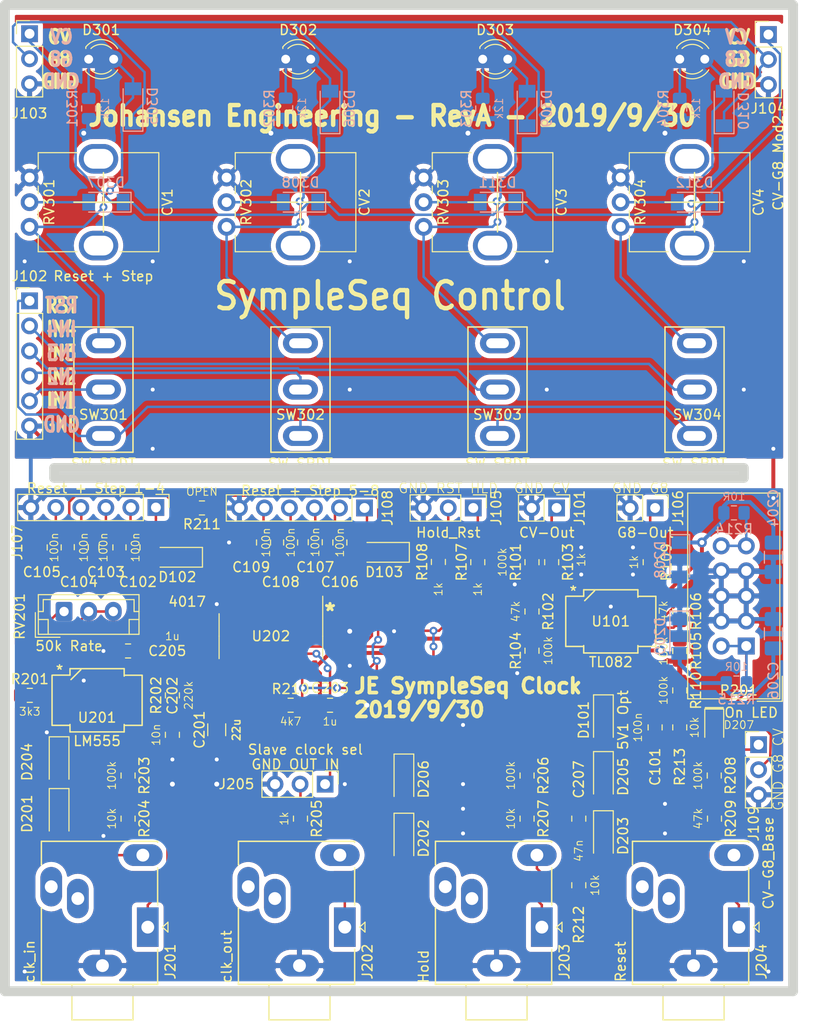
<source format=kicad_pcb>
(kicad_pcb (version 20171130) (host pcbnew "(5.1.5)-3")
  (title_block (title EffectUnit1) (date 2019-02-05) (rev "Rev A") (company "Johansen Engineering"))
  (layers (0 F.Cu signal) (31 B.Cu signal) (34 B.Paste user) (35 F.Paste user) (36 B.SilkS user) (37 F.SilkS user) (38 B.Mask user) (39 F.Mask user) (44 Edge.Cuts user))
  (net 0 "")
  (net 1 GND)
  (net 2 "Net-(C201-Pad1)")
  (net 3 "Net-(J201-PadT)")
  (net 4 "Net-(J202-PadT)")
  (net 5 "Net-(J203-PadT)")
  (net 6 "Net-(J204-PadT)")
  (net 7 "Net-(R201-Pad1)")
  (net 8 "Net-(C202-Pad1)")
  (net 9 +12Vc)
  (net 10 -12Vc)
  (net 11 /Clock/clock_out)
  (net 12 /Clock/hold)
  (net 13 /Clock/reset)
  (net 14 G8_M)
  (net 15 "Net-(D301-Pad1)")
  (net 16 "Net-(D302-Pad1)")
  (net 17 "Net-(D303-Pad1)")
  (net 18 "Net-(D304-Pad1)")
  (net 19 Clk555)
  (net 20 "Net-(R101-Pad1)")
  (net 21 "Net-(R102-Pad1)")
  (net 22 "Net-(J101-Pad1)")
  (net 23 CV_M)
  (net 24 "Net-(R105-Pad1)")
  (net 25 "Net-(R106-Pad1)")
  (net 26 "Net-(J105-Pad1)")
  (net 27 "Net-(J105-Pad2)")
  (net 28 "Net-(J106-Pad1)")
  (net 29 /Clock/Q8)
  (net 30 /Clock/Q7)
  (net 31 /Clock/Q4)
  (net 32 /Clock/Q3)
  (net 33 /Clock/Q6)
  (net 34 /Clock/Q2)
  (net 35 /Clock/Q0)
  (net 36 /Clock/Q1)
  (net 37 /Clock/Q5)
  (net 38 "/Control IO/In_1")
  (net 39 "/Control IO/In_2")
  (net 40 "/Control IO/In_3")
  (net 41 "/Control IO/In_4")
  (net 42 "/Control IO/reset")
  (net 43 "Net-(D301-Pad2)")
  (net 44 "Net-(D302-Pad2)")
  (net 45 "Net-(D303-Pad2)")
  (net 46 "Net-(D304-Pad2)")
  (net 47 "Net-(D307-Pad2)")
  (net 48 "Net-(D308-Pad2)")
  (net 49 "Net-(D311-Pad2)")
  (net 50 "Net-(D312-Pad2)")
  (net 51 "Net-(C101-Pad1)")
  (net 52 "Net-(C102-Pad2)")
  (net 53 "Net-(C103-Pad2)")
  (net 54 "Net-(C104-Pad2)")
  (net 55 "Net-(C105-Pad2)")
  (net 56 "Net-(C106-Pad2)")
  (net 57 "Net-(C107-Pad2)")
  (net 58 "Net-(C108-Pad2)")
  (net 59 "Net-(C109-Pad2)")
  (net 60 "Net-(D102-Pad2)")
  (net 61 "Net-(D103-Pad2)")
  (net 62 "Net-(D207-Pad1)")
  (net 63 "Net-(D207-Pad2)")
  (net 64 "Net-(J203-PadTN)")
  (net 65 "Net-(P201-Pad10)")
  (net 66 /Clock/clk)
  (module Capacitor_SMD:C_1206_3216Metric_Pad1.42x1.75mm_HandSolder (layer F.Cu) (at 121.5 123.4875 270)
    (fp_text reference C201 (at 0 1.75 270) (layer F.SilkS))
    (fp_text value 22u (at 0.0125 -2 270) (layer F.SilkS) (effects (font (size 0.8 0.8))))
    (pad 2 smd roundrect (at 1.4875 0 270) (size 1.425 1.75) (layers F.Cu F.Paste F.Mask) (roundrect_rratio 0.175439) (net 1 GND))
    (pad 1 smd roundrect (at -1.4875 0 270) (size 1.425 1.75) (layers F.Cu F.Paste F.Mask) (roundrect_rratio 0.175439) (net 2 "Net-(C201-Pad1)"))
  )
  (module Capacitor_SMD:C_1206_3216Metric_Pad1.42x1.75mm_HandSolder (layer B.Cu) (at 178 106 270)
    (fp_text reference C204 (at -5 0 270) (layer B.SilkS) (effects (justify mirror)))
    (fp_text value 1u)
    (pad 1 smd roundrect (at -1.4875 0 270) (size 1.425 1.75) (layers B.Cu B.Paste B.Mask) (roundrect_rratio 0.175439) (net 9 +12Vc))
    (pad 2 smd roundrect (at 1.4875 0 270) (size 1.425 1.75) (layers B.Cu B.Paste B.Mask) (roundrect_rratio 0.175439) (net 1 GND))
  )
  (module Capacitor_SMD:C_1206_3216Metric_Pad1.42x1.75mm_HandSolder (layer B.Cu) (at 178 113.75 270)
    (fp_text reference C206 (at 4.75 0 270) (layer B.SilkS) (effects (justify mirror)))
    (fp_text value 1u)
    (pad 1 smd roundrect (at -1.4875 0 270) (size 1.425 1.75) (layers B.Cu B.Paste B.Mask) (roundrect_rratio 0.175439) (net 1 GND))
    (pad 2 smd roundrect (at 1.4875 0 270) (size 1.425 1.75) (layers B.Cu B.Paste B.Mask) (roundrect_rratio 0.175439) (net 10 -12Vc))
  )
  (module Connector_PinHeader_2.54mm:PinHeader_1x02_P2.54mm_Vertical (layer F.Cu) (at 156 101 270)
    (fp_text reference J101 (at 0 -2.33 270) (layer F.SilkS))
    (fp_text value CV-Out (at 2.5 1) (layer F.SilkS))
    (pad 2 thru_hole oval (at 0 2.54 270) (size 1.7 1.7) (drill 1) (layers *.Cu *.Mask) (net 1 GND))
    (pad 1 thru_hole rect (at 0 0 270) (size 1.7 1.7) (drill 1) (layers *.Cu *.Mask) (net 22 "Net-(J101-Pad1)"))
  )
  (module Connector_PinHeader_2.54mm:PinHeader_1x06_P2.54mm_Vertical (layer F.Cu) (at 102.5 80)
    (fp_text reference J102 (at 0 -2.5) (layer F.SilkS))
    (fp_text value "Reset + Step" (at 7.5 -2.5) (layer F.SilkS))
    (pad 6 thru_hole oval (at 0 12.7) (size 1.7 1.7) (drill 1) (layers *.Cu *.Mask) (net 1 GND))
    (pad 5 thru_hole oval (at 0 10.16) (size 1.7 1.7) (drill 1) (layers *.Cu *.Mask) (net 38 "/Control IO/In_1"))
    (pad 4 thru_hole oval (at 0 7.62) (size 1.7 1.7) (drill 1) (layers *.Cu *.Mask) (net 39 "/Control IO/In_2"))
    (pad 3 thru_hole oval (at 0 5.08) (size 1.7 1.7) (drill 1) (layers *.Cu *.Mask) (net 40 "/Control IO/In_3"))
    (pad 2 thru_hole oval (at 0 2.54) (size 1.7 1.7) (drill 1) (layers *.Cu *.Mask) (net 41 "/Control IO/In_4"))
    (pad 1 thru_hole rect (at 0 0) (size 1.7 1.7) (drill 1) (layers *.Cu *.Mask) (net 42 "/Control IO/reset"))
  )
  (module Connector_PinHeader_2.54mm:PinHeader_1x03_P2.54mm_Vertical (layer F.Cu) (at 102.5 52.92)
    (fp_text reference J103 (at 0 8.08) (layer F.SilkS))
    (fp_text value CV-G8_Mod1)
    (pad 1 thru_hole rect (at 0 0) (size 1.7 1.7) (drill 1) (layers *.Cu *.Mask) (net 23 CV_M))
    (pad 2 thru_hole oval (at 0 2.54) (size 1.7 1.7) (drill 1) (layers *.Cu *.Mask) (net 14 G8_M))
    (pad 3 thru_hole oval (at 0 5.08) (size 1.7 1.7) (drill 1) (layers *.Cu *.Mask) (net 1 GND))
  )
  (module Connector_PinHeader_2.54mm:PinHeader_1x03_P2.54mm_Vertical (layer F.Cu) (at 177.5 53)
    (fp_text reference J104 (at 0 7.5) (layer F.SilkS))
    (fp_text value CV-G8_Mod2 (at 1 13 90) (layer F.SilkS))
    (pad 3 thru_hole oval (at 0 5.08) (size 1.7 1.7) (drill 1) (layers *.Cu *.Mask) (net 1 GND))
    (pad 2 thru_hole oval (at 0 2.54) (size 1.7 1.7) (drill 1) (layers *.Cu *.Mask) (net 14 G8_M))
    (pad 1 thru_hole rect (at 0 0) (size 1.7 1.7) (drill 1) (layers *.Cu *.Mask) (net 23 CV_M))
  )
  (module Connector_PinHeader_2.54mm:PinHeader_1x03_P2.54mm_Vertical (layer F.Cu) (at 147.54 101 270)
    (fp_text reference J105 (at 0 -2.33 270) (layer F.SilkS))
    (fp_text value Hold_Rst (at 2.5 2.54) (layer F.SilkS))
    (pad 1 thru_hole rect (at 0 0 270) (size 1.7 1.7) (drill 1) (layers *.Cu *.Mask) (net 26 "Net-(J105-Pad1)"))
    (pad 2 thru_hole oval (at 0 2.54 270) (size 1.7 1.7) (drill 1) (layers *.Cu *.Mask) (net 27 "Net-(J105-Pad2)"))
    (pad 3 thru_hole oval (at 0 5.08 270) (size 1.7 1.7) (drill 1) (layers *.Cu *.Mask) (net 1 GND))
  )
  (module Connector_PinHeader_2.54mm:PinHeader_1x02_P2.54mm_Vertical (layer F.Cu) (at 166 101 270)
    (fp_text reference J106 (at 0 -2.33 270) (layer F.SilkS))
    (fp_text value G8-Out (at 2.5 1) (layer F.SilkS))
    (pad 1 thru_hole rect (at 0 0 270) (size 1.7 1.7) (drill 1) (layers *.Cu *.Mask) (net 28 "Net-(J106-Pad1)"))
    (pad 2 thru_hole oval (at 0 2.54 270) (size 1.7 1.7) (drill 1) (layers *.Cu *.Mask) (net 1 GND))
  )
  (module Connector_PinHeader_2.54mm:PinHeader_1x06_P2.54mm_Vertical (layer F.Cu) (at 115.324999 100.955001 270)
    (fp_text reference J107 (at 3.544999 14.074999 270) (layer F.SilkS))
    (fp_text value "Reset + Step 1-4" (at -1.955001 6.074999) (layer F.SilkS))
    (pad 1 thru_hole rect (at 0 0 270) (size 1.7 1.7) (drill 1) (layers *.Cu *.Mask) (net 60 "Net-(D102-Pad2)"))
    (pad 2 thru_hole oval (at 0 2.54 270) (size 1.7 1.7) (drill 1) (layers *.Cu *.Mask) (net 52 "Net-(C102-Pad2)"))
    (pad 3 thru_hole oval (at 0 5.08 270) (size 1.7 1.7) (drill 1) (layers *.Cu *.Mask) (net 53 "Net-(C103-Pad2)"))
    (pad 4 thru_hole oval (at 0 7.62 270) (size 1.7 1.7) (drill 1) (layers *.Cu *.Mask) (net 54 "Net-(C104-Pad2)"))
    (pad 5 thru_hole oval (at 0 10.16 270) (size 1.7 1.7) (drill 1) (layers *.Cu *.Mask) (net 55 "Net-(C105-Pad2)"))
    (pad 6 thru_hole oval (at 0 12.7 270) (size 1.7 1.7) (drill 1) (layers *.Cu *.Mask) (net 1 GND))
  )
  (module Connector_PinHeader_2.54mm:PinHeader_1x06_P2.54mm_Vertical (layer F.Cu) (at 136.5 101 270)
    (fp_text reference J108 (at 0 -2.33 270) (layer F.SilkS))
    (fp_text value "Reset + Step 5-8" (at -1.75 5.5) (layer F.SilkS))
    (pad 1 thru_hole rect (at 0 0 270) (size 1.7 1.7) (drill 1) (layers *.Cu *.Mask) (net 61 "Net-(D103-Pad2)"))
    (pad 2 thru_hole oval (at 0 2.54 270) (size 1.7 1.7) (drill 1) (layers *.Cu *.Mask) (net 56 "Net-(C106-Pad2)"))
    (pad 3 thru_hole oval (at 0 5.08 270) (size 1.7 1.7) (drill 1) (layers *.Cu *.Mask) (net 57 "Net-(C107-Pad2)"))
    (pad 4 thru_hole oval (at 0 7.62 270) (size 1.7 1.7) (drill 1) (layers *.Cu *.Mask) (net 58 "Net-(C108-Pad2)"))
    (pad 5 thru_hole oval (at 0 10.16 270) (size 1.7 1.7) (drill 1) (layers *.Cu *.Mask) (net 59 "Net-(C109-Pad2)"))
    (pad 6 thru_hole oval (at 0 12.7 270) (size 1.7 1.7) (drill 1) (layers *.Cu *.Mask) (net 1 GND))
  )
  (module Connector_IDC:IDC-Header_2x05_P2.54mm_Vertical (layer F.Cu) (at 175.25 115 180)
    (fp_text reference P201 (at 0.75 -4.5 180) (layer F.SilkS))
    (fp_text value HEADER_2x5_Doepfer)
    (pad 1 thru_hole rect (at 0 0 180) (size 1.7272 1.7272) (drill 1.016) (layers *.Cu *.Mask) (net 62 "Net-(D207-Pad1)"))
    (pad 2 thru_hole oval (at 2.54 0 180) (size 1.7272 1.7272) (drill 1.016) (layers *.Cu *.Mask) (net 62 "Net-(D207-Pad1)"))
    (pad 3 thru_hole oval (at 0 2.54 180) (size 1.7272 1.7272) (drill 1.016) (layers *.Cu *.Mask) (net 1 GND))
    (pad 4 thru_hole oval (at 2.54 2.54 180) (size 1.7272 1.7272) (drill 1.016) (layers *.Cu *.Mask) (net 1 GND))
    (pad 5 thru_hole oval (at 0 5.08 180) (size 1.7272 1.7272) (drill 1.016) (layers *.Cu *.Mask) (net 1 GND))
    (pad 6 thru_hole oval (at 2.54 5.08 180) (size 1.7272 1.7272) (drill 1.016) (layers *.Cu *.Mask) (net 1 GND))
    (pad 7 thru_hole oval (at 0 7.62 180) (size 1.7272 1.7272) (drill 1.016) (layers *.Cu *.Mask) (net 1 GND))
    (pad 8 thru_hole oval (at 2.54 7.62 180) (size 1.7272 1.7272) (drill 1.016) (layers *.Cu *.Mask) (net 1 GND))
    (pad 9 thru_hole oval (at 0 10.16 180) (size 1.7272 1.7272) (drill 1.016) (layers *.Cu *.Mask) (net 65 "Net-(P201-Pad10)"))
    (pad 10 thru_hole oval (at 2.54 10.16 180) (size 1.7272 1.7272) (drill 1.016) (layers *.Cu *.Mask) (net 65 "Net-(P201-Pad10)"))
  )
  (module Connector_JST:JST_EH_B3B-EH-A_1x03_P2.50mm_Vertical (layer F.Cu) (at 106 111.5)
    (fp_text reference RV201 (at -4.5 0.5 90) (layer F.SilkS))
    (fp_text value "50k Rate" (at 0.5 3.5) (layer F.SilkS))
    (pad 1 thru_hole roundrect (at 0 0) (size 1.7 1.95) (drill 0.95) (layers *.Cu *.Mask) (roundrect_rratio 0.147059) (net 7 "Net-(R201-Pad1)"))
    (pad 2 thru_hole oval (at 2.5 0) (size 1.7 1.95) (drill 0.95) (layers *.Cu *.Mask) (net 19 Clk555))
    (pad 3 thru_hole oval (at 5 0) (size 1.7 1.95) (drill 0.95) (layers *.Cu *.Mask) (net 19 Clk555))
  )
  (module AJ-Dropbox-Kicad:Potentiometer_China_RK09_Single_Vertical_AJ (layer F.Cu) (at 102.5 72.5)
    (fp_text reference RV301 (at 2 -2.5 90) (layer F.SilkS))
    (fp_text value CV1 (at 14 -2.5 90) (layer F.SilkS))
    (pad 3 thru_hole circle (at 0 -5) (size 1.8 1.8) (drill 1) (layers *.Cu *.Mask) (net 1 GND))
    (pad 2 thru_hole circle (at 0 -2.5) (size 1.8 1.8) (drill 1) (layers *.Cu *.Mask) (net 47 "Net-(D307-Pad2)"))
    (pad 1 thru_hole circle (at 0 0) (size 1.8 1.8) (drill 1) (layers *.Cu *.Mask) (net 43 "Net-(D301-Pad2)"))
    (pad "" np_thru_hole oval (at 7 -6.9) (size 4 3) (drill oval 3 2) (layers *.Cu *.Mask))
    (pad "" np_thru_hole oval (at 7 1.9) (size 4 3) (drill oval 3 2) (layers *.Cu *.Mask))
  )
  (module AJ-Dropbox-Kicad:Potentiometer_China_RK09_Single_Vertical_AJ (layer F.Cu) (at 122.5 72.5)
    (fp_text reference RV302 (at 2 -2.5 90) (layer F.SilkS))
    (fp_text value CV2 (at 14 -2.5 90) (layer F.SilkS))
    (pad 3 thru_hole circle (at 0 -5) (size 1.8 1.8) (drill 1) (layers *.Cu *.Mask) (net 1 GND))
    (pad 2 thru_hole circle (at 0 -2.5) (size 1.8 1.8) (drill 1) (layers *.Cu *.Mask) (net 48 "Net-(D308-Pad2)"))
    (pad 1 thru_hole circle (at 0 0) (size 1.8 1.8) (drill 1) (layers *.Cu *.Mask) (net 44 "Net-(D302-Pad2)"))
    (pad "" np_thru_hole oval (at 7 -6.9) (size 4 3) (drill oval 3 2) (layers *.Cu *.Mask))
    (pad "" np_thru_hole oval (at 7 1.9) (size 4 3) (drill oval 3 2) (layers *.Cu *.Mask))
  )
  (module AJ-Dropbox-Kicad:Potentiometer_China_RK09_Single_Vertical_AJ (layer F.Cu) (at 142.5 72.5)
    (fp_text reference RV303 (at 2 -2.5 90) (layer F.SilkS))
    (fp_text value CV3 (at 14 -2.5 90) (layer F.SilkS))
    (pad "" np_thru_hole oval (at 7 1.9) (size 4 3) (drill oval 3 2) (layers *.Cu *.Mask))
    (pad "" np_thru_hole oval (at 7 -6.9) (size 4 3) (drill oval 3 2) (layers *.Cu *.Mask))
    (pad 1 thru_hole circle (at 0 0) (size 1.8 1.8) (drill 1) (layers *.Cu *.Mask) (net 45 "Net-(D303-Pad2)"))
    (pad 2 thru_hole circle (at 0 -2.5) (size 1.8 1.8) (drill 1) (layers *.Cu *.Mask) (net 49 "Net-(D311-Pad2)"))
    (pad 3 thru_hole circle (at 0 -5) (size 1.8 1.8) (drill 1) (layers *.Cu *.Mask) (net 1 GND))
  )
  (module AJ-Dropbox-Kicad:Potentiometer_China_RK09_Single_Vertical_AJ (layer F.Cu) (at 162.5 72.5)
    (fp_text reference RV304 (at 2 -2.5 90) (layer F.SilkS))
    (fp_text value CV4 (at 14 -2.5 90) (layer F.SilkS))
    (pad "" np_thru_hole oval (at 7 1.9) (size 4 3) (drill oval 3 2) (layers *.Cu *.Mask))
    (pad "" np_thru_hole oval (at 7 -6.9) (size 4 3) (drill oval 3 2) (layers *.Cu *.Mask))
    (pad 1 thru_hole circle (at 0 0) (size 1.8 1.8) (drill 1) (layers *.Cu *.Mask) (net 46 "Net-(D304-Pad2)"))
    (pad 2 thru_hole circle (at 0 -2.5) (size 1.8 1.8) (drill 1) (layers *.Cu *.Mask) (net 50 "Net-(D312-Pad2)"))
    (pad 3 thru_hole circle (at 0 -5) (size 1.8 1.8) (drill 1) (layers *.Cu *.Mask) (net 1 GND))
  )
  (module AJ-Dropbox-Kicad:AJ_SO-8_5.3x6.2mm_P1.27mm (layer F.Cu) (at 109.355001 120.5)
    (fp_text reference U201 (at 0 1.75) (layer F.SilkS))
    (fp_text value LM555 (at 0 4.13) (layer F.SilkS))
    (fp_text user * (at -3.81 -3.048) (layer F.SilkS))
    (pad 1 smd rect (at -3.3 -1.905) (size 2 0.55) (layers F.Cu F.Paste F.Mask) (net 1 GND))
    (pad 2 smd rect (at -3.3 -0.635) (size 2 0.55) (layers F.Cu F.Paste F.Mask) (net 2 "Net-(C201-Pad1)"))
    (pad 3 smd rect (at -3.3 0.635) (size 2 0.55) (layers F.Cu F.Paste F.Mask) (net 19 Clk555))
    (pad 4 smd rect (at -3.3 1.905) (size 2 0.55) (layers F.Cu F.Paste F.Mask) (net 9 +12Vc))
    (pad 5 smd rect (at 3.3 1.905) (size 2 0.55) (layers F.Cu F.Paste F.Mask) (net 8 "Net-(C202-Pad1)"))
    (pad 6 smd rect (at 3.3 0.635) (size 2 0.55) (layers F.Cu F.Paste F.Mask) (net 2 "Net-(C201-Pad1)"))
    (pad 7 smd rect (at 3.3 -0.635) (size 2 0.55) (layers F.Cu F.Paste F.Mask))
    (pad 8 smd rect (at 3.3 -1.905) (size 2 0.55) (layers F.Cu F.Paste F.Mask) (net 9 +12Vc))
  )
  (module AJ:SOIC-16_4.55x10.3mm_P1.27mm (layer F.Cu) (at 127 114 270)
    (fp_text reference U202 (at 0 0) (layer F.SilkS))
    (fp_text value 4017 (at -3.5 8.5) (layer F.SilkS))
    (pad 16 smd roundrect (at 3.25 -4.445 270) (size 1.6 0.55) (layers F.Cu F.Paste F.Mask) (net 9 +12Vc))
    (pad 15 smd roundrect (at 3.25 -3.175 270) (size 1.6 0.55) (layers F.Cu F.Paste F.Mask) (net 13 /Clock/reset))
    (pad 14 smd roundrect (at 3.25 -1.905 270) (size 1.6 0.55) (layers F.Cu F.Paste F.Mask) (net 66 /Clock/clk))
    (pad 13 smd roundrect (at 3.25 -0.635 270) (size 1.6 0.55) (layers F.Cu F.Paste F.Mask) (net 12 /Clock/hold))
    (pad 12 smd roundrect (at 3.25 0.635 270) (size 1.6 0.55) (layers F.Cu F.Paste F.Mask))
    (pad 11 smd roundrect (at 3.25 1.905 270) (size 1.6 0.55) (layers F.Cu F.Paste F.Mask))
    (pad 10 smd roundrect (at 3.25 3.175 270) (size 1.6 0.55) (layers F.Cu F.Paste F.Mask) (net 31 /Clock/Q4))
    (pad 9 smd roundrect (at 3.25 4.445 270) (size 1.6 0.55) (layers F.Cu F.Paste F.Mask) (net 29 /Clock/Q8))
    (pad 8 smd roundrect (at -3.25 4.445 270) (size 1.6 0.55) (layers F.Cu F.Paste F.Mask) (net 1 GND))
    (pad 7 smd roundrect (at -3.25 3.175 270) (size 1.6 0.55) (layers F.Cu F.Paste F.Mask) (net 32 /Clock/Q3))
    (pad 6 smd roundrect (at -3.25 1.905 270) (size 1.6 0.55) (layers F.Cu F.Paste F.Mask) (net 30 /Clock/Q7))
    (pad 5 smd roundrect (at -3.25 0.635 270) (size 1.6 0.55) (layers F.Cu F.Paste F.Mask) (net 33 /Clock/Q6))
    (pad 4 smd roundrect (at -3.25 -0.635 270) (size 1.6 0.55) (layers F.Cu F.Paste F.Mask) (net 34 /Clock/Q2))
    (pad 3 smd roundrect (at -3.25 -1.905 270) (size 1.6 0.55) (layers F.Cu F.Paste F.Mask) (net 35 /Clock/Q0))
    (pad 2 smd roundrect (at -3.25 -3.175 270) (size 1.6 0.55) (layers F.Cu F.Paste F.Mask) (net 36 /Clock/Q1))
    (pad 1 smd roundrect (at -3.25 -4.445 270) (size 1.6 0.55) (layers F.Cu F.Paste F.Mask) (net 37 /Clock/Q5))
  )
  (module AJ:SP1MS1 (layer F.Cu) (at 110 89)
    (fp_text reference SW301 (at 0 2.54) (layer F.SilkS))
    (fp_text value SW_SPDT (at 0 7.5 180) (layer F.SilkS))
    (pad 1 thru_hole oval (at 0 4.7) (size 3.556 2.032) (drill oval 2.3 1) (layers *.Cu *.Mask) (net 42 "/Control IO/reset"))
    (pad 2 thru_hole oval (at 0 0) (size 3.556 2.032) (drill oval 2.3 1) (layers *.Cu *.Mask) (net 38 "/Control IO/In_1"))
    (pad 3 thru_hole oval (at 0 -4.7) (size 3.556 2.032) (drill oval 2.3 1) (layers *.Cu *.Mask) (net 43 "Net-(D301-Pad2)"))
  )
  (module AJ:SP1MS1 (layer F.Cu) (at 130 89)
    (fp_text reference SW302 (at 0 2.54) (layer F.SilkS))
    (fp_text value SW_SPDT (at 0 7.5 180) (layer F.SilkS))
    (pad 3 thru_hole oval (at 0 -4.7) (size 3.556 2.032) (drill oval 2.3 1) (layers *.Cu *.Mask) (net 44 "Net-(D302-Pad2)"))
    (pad 2 thru_hole oval (at 0 0) (size 3.556 2.032) (drill oval 2.3 1) (layers *.Cu *.Mask) (net 39 "/Control IO/In_2"))
    (pad 1 thru_hole oval (at 0 4.7) (size 3.556 2.032) (drill oval 2.3 1) (layers *.Cu *.Mask) (net 42 "/Control IO/reset"))
  )
  (module AJ:SP1MS1 (layer F.Cu) (at 150 89)
    (fp_text reference SW303 (at 0 2.54) (layer F.SilkS))
    (fp_text value SW_SPDT (at 0 7.5 180) (layer F.SilkS))
    (pad 1 thru_hole oval (at 0 4.7) (size 3.556 2.032) (drill oval 2.3 1) (layers *.Cu *.Mask) (net 42 "/Control IO/reset"))
    (pad 2 thru_hole oval (at 0 0) (size 3.556 2.032) (drill oval 2.3 1) (layers *.Cu *.Mask) (net 40 "/Control IO/In_3"))
    (pad 3 thru_hole oval (at 0 -4.7) (size 3.556 2.032) (drill oval 2.3 1) (layers *.Cu *.Mask) (net 45 "Net-(D303-Pad2)"))
  )
  (module AJ:SP1MS1 (layer F.Cu) (at 170 89)
    (fp_text reference SW304 (at 0.274999 2.54) (layer F.SilkS))
    (fp_text value SW_SPDT (at 0 7.5 180) (layer F.SilkS))
    (pad 3 thru_hole oval (at 0 -4.7) (size 3.556 2.032) (drill oval 2.3 1) (layers *.Cu *.Mask) (net 46 "Net-(D304-Pad2)"))
    (pad 2 thru_hole oval (at 0 0) (size 3.556 2.032) (drill oval 2.3 1) (layers *.Cu *.Mask) (net 41 "/Control IO/In_4"))
    (pad 1 thru_hole oval (at 0 4.7) (size 3.556 2.032) (drill oval 2.3 1) (layers *.Cu *.Mask) (net 42 "/Control IO/reset"))
  )
  (module AJ:AJ_SO-8_5.3x6.2mm_P1.27mm (layer F.Cu) (at 161.5 112.5)
    (fp_text reference U101 (at 0 0) (layer F.SilkS))
    (fp_text value TL082 (at 0 4.13) (layer F.SilkS))
    (fp_text user * (at -3.81 -3.048) (layer F.SilkS))
    (pad 8 smd rect (at 3.3 -1.905) (size 2 0.55) (layers F.Cu F.Paste F.Mask) (net 9 +12Vc))
    (pad 7 smd rect (at 3.3 -0.635) (size 2 0.55) (layers F.Cu F.Paste F.Mask) (net 25 "Net-(R106-Pad1)"))
    (pad 6 smd rect (at 3.3 0.635) (size 2 0.55) (layers F.Cu F.Paste F.Mask) (net 24 "Net-(R105-Pad1)"))
    (pad 5 smd rect (at 3.3 1.905) (size 2 0.55) (layers F.Cu F.Paste F.Mask) (net 51 "Net-(C101-Pad1)"))
    (pad 4 smd rect (at -3.3 1.905) (size 2 0.55) (layers F.Cu F.Paste F.Mask) (net 10 -12Vc))
    (pad 3 smd rect (at -3.3 0.635) (size 2 0.55) (layers F.Cu F.Paste F.Mask) (net 23 CV_M))
    (pad 2 smd rect (at -3.3 -0.635) (size 2 0.55) (layers F.Cu F.Paste F.Mask) (net 20 "Net-(R101-Pad1)"))
    (pad 1 smd rect (at -3.3 -1.905) (size 2 0.55) (layers F.Cu F.Paste F.Mask) (net 21 "Net-(R102-Pad1)"))
  )
  (module Diode_SMD:D_MiniMELF (layer B.Cu) (at 113 60.25 90)
    (fp_text reference D305 (at 0 2 90) (layer B.SilkS) (effects (justify mirror)))
    (fp_text value LL4148)
    (pad 1 smd rect (at -1.75 0 90) (size 1.3 1.7) (layers B.Cu B.Paste B.Mask) (net 14 G8_M))
    (pad 2 smd rect (at 1.75 0 90) (size 1.3 1.7) (layers B.Cu B.Paste B.Mask) (net 43 "Net-(D301-Pad2)"))
  )
  (module Diode_SMD:D_MiniMELF (layer B.Cu) (at 133 60.5 90)
    (fp_text reference D306 (at 0 2 90) (layer B.SilkS) (effects (justify mirror)))
    (fp_text value LL4148)
    (pad 2 smd rect (at 1.75 0 90) (size 1.3 1.7) (layers B.Cu B.Paste B.Mask) (net 44 "Net-(D302-Pad2)"))
    (pad 1 smd rect (at -1.75 0 90) (size 1.3 1.7) (layers B.Cu B.Paste B.Mask) (net 14 G8_M))
  )
  (module Diode_SMD:D_MiniMELF (layer B.Cu) (at 110.25 70 180)
    (fp_text reference D307 (at 0 2 180) (layer B.SilkS) (effects (justify mirror)))
    (fp_text value LL4148)
    (pad 1 smd rect (at -1.75 0 180) (size 1.3 1.7) (layers B.Cu B.Paste B.Mask) (net 23 CV_M))
    (pad 2 smd rect (at 1.75 0 180) (size 1.3 1.7) (layers B.Cu B.Paste B.Mask) (net 47 "Net-(D307-Pad2)"))
  )
  (module Diode_SMD:D_MiniMELF (layer B.Cu) (at 130 70 180)
    (fp_text reference D308 (at 0 2 180) (layer B.SilkS) (effects (justify mirror)))
    (fp_text value LL4148)
    (pad 2 smd rect (at 1.75 0 180) (size 1.3 1.7) (layers B.Cu B.Paste B.Mask) (net 48 "Net-(D308-Pad2)"))
    (pad 1 smd rect (at -1.75 0 180) (size 1.3 1.7) (layers B.Cu B.Paste B.Mask) (net 23 CV_M))
  )
  (module Diode_SMD:D_MiniMELF (layer B.Cu) (at 153 60.5 90)
    (fp_text reference D309 (at 0 2 90) (layer B.SilkS) (effects (justify mirror)))
    (fp_text value LL4148)
    (pad 2 smd rect (at 1.75 0 90) (size 1.3 1.7) (layers B.Cu B.Paste B.Mask) (net 45 "Net-(D303-Pad2)"))
    (pad 1 smd rect (at -1.75 0 90) (size 1.3 1.7) (layers B.Cu B.Paste B.Mask) (net 14 G8_M))
  )
  (module Diode_SMD:D_MiniMELF (layer B.Cu) (at 173 60.5 90)
    (fp_text reference D310 (at -0.25 2 90) (layer B.SilkS) (effects (justify mirror)))
    (fp_text value LL4148)
    (pad 1 smd rect (at -1.75 0 90) (size 1.3 1.7) (layers B.Cu B.Paste B.Mask) (net 14 G8_M))
    (pad 2 smd rect (at 1.75 0 90) (size 1.3 1.7) (layers B.Cu B.Paste B.Mask) (net 46 "Net-(D304-Pad2)"))
  )
  (module Diode_SMD:D_MiniMELF (layer B.Cu) (at 150 70 180)
    (fp_text reference D311 (at 0 2 180) (layer B.SilkS) (effects (justify mirror)))
    (fp_text value LL4148)
    (pad 2 smd rect (at 1.75 0 180) (size 1.3 1.7) (layers B.Cu B.Paste B.Mask) (net 49 "Net-(D311-Pad2)"))
    (pad 1 smd rect (at -1.75 0 180) (size 1.3 1.7) (layers B.Cu B.Paste B.Mask) (net 23 CV_M))
  )
  (module Diode_SMD:D_MiniMELF (layer B.Cu) (at 170 70 180)
    (fp_text reference D312 (at 0 2 180) (layer B.SilkS) (effects (justify mirror)))
    (fp_text value LL4148)
    (pad 1 smd rect (at -1.75 0 180) (size 1.3 1.7) (layers B.Cu B.Paste B.Mask) (net 23 CV_M))
    (pad 2 smd rect (at 1.75 0 180) (size 1.3 1.7) (layers B.Cu B.Paste B.Mask) (net 50 "Net-(D312-Pad2)"))
  )
  (module Connector_PinHeader_2.54mm:PinHeader_1x03_P2.54mm_Vertical (layer F.Cu) (at 176.5 125)
    (fp_text reference J109 (at -0.5 8 90) (layer F.SilkS))
    (fp_text value CV-G8_Base (at 1 12 90) (layer F.SilkS))
    (pad 1 thru_hole rect (at 0 0) (size 1.7 1.7) (drill 1) (layers *.Cu *.Mask) (net 23 CV_M))
    (pad 2 thru_hole oval (at 0 2.54) (size 1.7 1.7) (drill 1) (layers *.Cu *.Mask) (net 14 G8_M))
    (pad 3 thru_hole oval (at 0 5.08) (size 1.7 1.7) (drill 1) (layers *.Cu *.Mask) (net 1 GND))
  )
  (module Connector_Audio:Jack_3.5mm_Ledino_KB3SPRS_Horizontal (layer F.Cu) (at 114.5 143.5 90)
    (fp_text reference J201 (at -3.5 2.3 90) (layer F.SilkS))
    (fp_text value clk_in (at -3.5 -12 90) (layer F.SilkS))
    (pad T thru_hole rect (at 0 0 90) (size 4 2.2) (drill 1.3) (layers *.Cu *.Mask) (net 3 "Net-(J201-PadT)"))
    (pad TN thru_hole oval (at 7.3 -0.5 180) (size 4 2.2) (drill 1.3) (layers *.Cu *.Mask) (net 19 Clk555))
    (pad RN thru_hole oval (at 2.9 -7.1 90) (size 4 2.2) (drill 1.3) (layers *.Cu *.Mask))
    (pad R thru_hole oval (at 4.1 -9.8 90) (size 4 2.2) (drill 1.3) (layers *.Cu *.Mask))
    (pad S thru_hole oval (at -3.9 -4.6 90) (size 2.2 4) (drill 1.3) (layers *.Cu *.Mask) (net 1 GND))
  )
  (module Connector_Audio:Jack_3.5mm_Ledino_KB3SPRS_Horizontal (layer F.Cu) (at 134.5 143.5 90)
    (fp_text reference J202 (at -3.5 2.3 90) (layer F.SilkS))
    (fp_text value clk_out (at -3 -12 90) (layer F.SilkS))
    (pad T thru_hole rect (at 0 0 90) (size 4 2.2) (drill 1.3) (layers *.Cu *.Mask) (net 4 "Net-(J202-PadT)"))
    (pad TN thru_hole oval (at 7.3 -0.5 180) (size 4 2.2) (drill 1.3) (layers *.Cu *.Mask))
    (pad RN thru_hole oval (at 2.9 -7.1 90) (size 4 2.2) (drill 1.3) (layers *.Cu *.Mask))
    (pad R thru_hole oval (at 4.1 -9.8 90) (size 4 2.2) (drill 1.3) (layers *.Cu *.Mask))
    (pad S thru_hole oval (at -3.9 -4.6 90) (size 2.2 4) (drill 1.3) (layers *.Cu *.Mask) (net 1 GND))
  )
  (module Connector_Audio:Jack_3.5mm_Ledino_KB3SPRS_Horizontal (layer F.Cu) (at 154.5 143.5 90)
    (fp_text reference J203 (at -3.5 2.3 90) (layer F.SilkS))
    (fp_text value Hold (at -4 -12 90) (layer F.SilkS))
    (pad T thru_hole rect (at 0 0 90) (size 4 2.2) (drill 1.3) (layers *.Cu *.Mask) (net 5 "Net-(J203-PadT)"))
    (pad TN thru_hole oval (at 7.3 -0.5 180) (size 4 2.2) (drill 1.3) (layers *.Cu *.Mask) (net 64 "Net-(J203-PadTN)"))
    (pad RN thru_hole oval (at 2.9 -7.1 90) (size 4 2.2) (drill 1.3) (layers *.Cu *.Mask))
    (pad R thru_hole oval (at 4.1 -9.8 90) (size 4 2.2) (drill 1.3) (layers *.Cu *.Mask))
    (pad S thru_hole oval (at -3.9 -4.6 90) (size 2.2 4) (drill 1.3) (layers *.Cu *.Mask) (net 1 GND))
  )
  (module Connector_Audio:Jack_3.5mm_Ledino_KB3SPRS_Horizontal (layer F.Cu) (at 174.5 143.5 90)
    (fp_text reference J204 (at -3.5 2.3 90) (layer F.SilkS))
    (fp_text value Reset (at -3.5 -12 90) (layer F.SilkS))
    (pad S thru_hole oval (at -3.9 -4.6 90) (size 2.2 4) (drill 1.3) (layers *.Cu *.Mask) (net 1 GND))
    (pad R thru_hole oval (at 4.1 -9.8 90) (size 4 2.2) (drill 1.3) (layers *.Cu *.Mask))
    (pad RN thru_hole oval (at 2.9 -7.1 90) (size 4 2.2) (drill 1.3) (layers *.Cu *.Mask))
    (pad TN thru_hole oval (at 7.3 -0.5 180) (size 4 2.2) (drill 1.3) (layers *.Cu *.Mask))
    (pad T thru_hole rect (at 0 0 90) (size 4 2.2) (drill 1.3) (layers *.Cu *.Mask) (net 6 "Net-(J204-PadT)"))
  )
  (module AJ:C_0805_AJ (layer F.Cu) (at 166 123.25 270)
    (fp_text reference C101 (at 4 0 90) (layer F.SilkS))
    (fp_text value 100n (at 0 1.75 90) (layer F.SilkS) (effects (font (size 0.8 0.8) (thickness 0.1))))
    (pad 2 smd roundrect (at 1.025 0 270) (size 1.15 1.4) (layers F.Cu F.Paste F.Mask) (roundrect_rratio 0.217391) (net 14 G8_M))
    (pad 1 smd roundrect (at -1.025 0 270) (size 1.15 1.4) (layers F.Cu F.Paste F.Mask) (roundrect_rratio 0.217391) (net 51 "Net-(C101-Pad1)"))
  )
  (module AJ:C_0805_AJ (layer F.Cu) (at 113 105 90)
    (fp_text reference C102 (at -3.5 0.5 180) (layer F.SilkS))
    (fp_text value 100n (at 0 0.25 90) (layer F.SilkS) (effects (font (size 0.8 0.8) (thickness 0.1))))
    (pad 2 smd roundrect (at 1.025 0 90) (size 1.15 1.4) (layers F.Cu F.Paste F.Mask) (roundrect_rratio 0.217391) (net 52 "Net-(C102-Pad2)"))
    (pad 1 smd roundrect (at -1.025 0 90) (size 1.15 1.4) (layers F.Cu F.Paste F.Mask) (roundrect_rratio 0.217391) (net 35 /Clock/Q0))
  )
  (module AJ:C_0805_AJ (layer F.Cu) (at 110.25 105 90)
    (fp_text reference C103 (at -2.5 0 180) (layer F.SilkS))
    (fp_text value 100n (at 0 -0.25 90) (layer F.SilkS) (effects (font (size 0.8 0.8) (thickness 0.1))))
    (pad 1 smd roundrect (at -1.025 0 90) (size 1.15 1.4) (layers F.Cu F.Paste F.Mask) (roundrect_rratio 0.217391) (net 36 /Clock/Q1))
    (pad 2 smd roundrect (at 1.025 0 90) (size 1.15 1.4) (layers F.Cu F.Paste F.Mask) (roundrect_rratio 0.217391) (net 53 "Net-(C103-Pad2)"))
  )
  (module AJ:C_0805_AJ (layer F.Cu) (at 107.75 104.975 90)
    (fp_text reference C104 (at -3.525 -0.25 180) (layer F.SilkS))
    (fp_text value 100n (at -0.025 0.25 90) (layer F.SilkS) (effects (font (size 0.8 0.8) (thickness 0.1))))
    (pad 2 smd roundrect (at 1.025 0 90) (size 1.15 1.4) (layers F.Cu F.Paste F.Mask) (roundrect_rratio 0.217391) (net 54 "Net-(C104-Pad2)"))
    (pad 1 smd roundrect (at -1.025 0 90) (size 1.15 1.4) (layers F.Cu F.Paste F.Mask) (roundrect_rratio 0.217391) (net 34 /Clock/Q2))
  )
  (module AJ:C_0805_AJ (layer F.Cu) (at 105 105 90)
    (fp_text reference C105 (at -2.5 -1.25 180) (layer F.SilkS))
    (fp_text value 100n (at 0 0 90) (layer F.SilkS) (effects (font (size 0.8 0.8) (thickness 0.1))))
    (pad 1 smd roundrect (at -1.025 0 90) (size 1.15 1.4) (layers F.Cu F.Paste F.Mask) (roundrect_rratio 0.217391) (net 32 /Clock/Q3))
    (pad 2 smd roundrect (at 1.025 0 90) (size 1.15 1.4) (layers F.Cu F.Paste F.Mask) (roundrect_rratio 0.217391) (net 55 "Net-(C105-Pad2)"))
  )
  (module AJ:C_0805_AJ (layer F.Cu) (at 134 104.5 90)
    (fp_text reference C106 (at -4 0 180) (layer F.SilkS))
    (fp_text value 100n (at 0 0 90) (layer F.SilkS) (effects (font (size 0.8 0.8) (thickness 0.1))))
    (pad 2 smd roundrect (at 1.025 0 90) (size 1.15 1.4) (layers F.Cu F.Paste F.Mask) (roundrect_rratio 0.217391) (net 56 "Net-(C106-Pad2)"))
    (pad 1 smd roundrect (at -1.025 0 90) (size 1.15 1.4) (layers F.Cu F.Paste F.Mask) (roundrect_rratio 0.217391) (net 31 /Clock/Q4))
  )
  (module AJ:C_0805_AJ (layer F.Cu) (at 131.5 104.475 90)
    (fp_text reference C107 (at -2.525 0 180) (layer F.SilkS))
    (fp_text value 100n (at 0 0 90) (layer F.SilkS) (effects (font (size 0.8 0.8) (thickness 0.1))))
    (pad 1 smd roundrect (at -1.025 0 90) (size 1.15 1.4) (layers F.Cu F.Paste F.Mask) (roundrect_rratio 0.217391) (net 37 /Clock/Q5))
    (pad 2 smd roundrect (at 1.025 0 90) (size 1.15 1.4) (layers F.Cu F.Paste F.Mask) (roundrect_rratio 0.217391) (net 57 "Net-(C107-Pad2)"))
  )
  (module AJ:C_0805_AJ (layer F.Cu) (at 129 104.5 90)
    (fp_text reference C108 (at -4 -1 180) (layer F.SilkS))
    (fp_text value 100n (at 0 0 90) (layer F.SilkS) (effects (font (size 0.8 0.8) (thickness 0.1))))
    (pad 2 smd roundrect (at 1.025 0 90) (size 1.15 1.4) (layers F.Cu F.Paste F.Mask) (roundrect_rratio 0.217391) (net 58 "Net-(C108-Pad2)"))
    (pad 1 smd roundrect (at -1.025 0 90) (size 1.15 1.4) (layers F.Cu F.Paste F.Mask) (roundrect_rratio 0.217391) (net 33 /Clock/Q6))
  )
  (module AJ:C_0805_AJ (layer F.Cu) (at 126.25 104.5 90)
    (fp_text reference C109 (at -2.5 -1.25 180) (layer F.SilkS))
    (fp_text value 100n (at 0 0.25 90) (layer F.SilkS) (effects (font (size 0.8 0.8) (thickness 0.1))))
    (pad 1 smd roundrect (at -1.025 0 90) (size 1.15 1.4) (layers F.Cu F.Paste F.Mask) (roundrect_rratio 0.217391) (net 30 /Clock/Q7))
    (pad 2 smd roundrect (at 1.025 0 90) (size 1.15 1.4) (layers F.Cu F.Paste F.Mask) (roundrect_rratio 0.217391) (net 59 "Net-(C109-Pad2)"))
  )
  (module AJ:C_0805_AJ (layer F.Cu) (at 117 124 270)
    (fp_text reference C202 (at -3.975 0 90) (layer F.SilkS))
    (fp_text value 10n (at 0 1.65 90) (layer F.SilkS) (effects (font (size 0.8 0.8) (thickness 0.1))))
    (pad 1 smd roundrect (at -1.025 0 270) (size 1.15 1.4) (layers F.Cu F.Paste F.Mask) (roundrect_rratio 0.217391) (net 8 "Net-(C202-Pad1)"))
    (pad 2 smd roundrect (at 1.025 0 270) (size 1.15 1.4) (layers F.Cu F.Paste F.Mask) (roundrect_rratio 0.217391) (net 1 GND))
  )
  (module AJ:C_0805_AJ (layer F.Cu) (at 133 121)
    (fp_text reference C203 (at 0 -1.75) (layer F.SilkS))
    (fp_text value 1u (at 0 1.65) (layer F.SilkS) (effects (font (size 0.8 0.8) (thickness 0.1))))
    (pad 1 smd roundrect (at -1.025 0) (size 1.15 1.4) (layers F.Cu F.Paste F.Mask) (roundrect_rratio 0.217391) (net 9 +12Vc))
    (pad 2 smd roundrect (at 1.025 0) (size 1.15 1.4) (layers F.Cu F.Paste F.Mask) (roundrect_rratio 0.217391) (net 1 GND))
  )
  (module AJ:C_0805_AJ (layer F.Cu) (at 112.5 115.5 180)
    (fp_text reference C205 (at -3.975 0) (layer F.SilkS))
    (fp_text value 1u (at -4.5 1.5) (layer F.SilkS) (effects (font (size 0.8 0.8) (thickness 0.1))))
    (pad 1 smd roundrect (at -1.025 0 180) (size 1.15 1.4) (layers F.Cu F.Paste F.Mask) (roundrect_rratio 0.217391) (net 9 +12Vc))
    (pad 2 smd roundrect (at 1.025 0 180) (size 1.15 1.4) (layers F.Cu F.Paste F.Mask) (roundrect_rratio 0.217391) (net 1 GND))
  )
  (module AJ:C_0805_AJ (layer F.Cu) (at 158.25 132.5 270)
    (fp_text reference C207 (at -3.975 0 90) (layer F.SilkS))
    (fp_text value 47n (at 3.25 0 90) (layer F.SilkS) (effects (font (size 0.8 0.8) (thickness 0.1))))
    (pad 2 smd roundrect (at 1.025 0 270) (size 1.15 1.4) (layers F.Cu F.Paste F.Mask) (roundrect_rratio 0.217391) (net 1 GND))
    (pad 1 smd roundrect (at -1.025 0 270) (size 1.15 1.4) (layers F.Cu F.Paste F.Mask) (roundrect_rratio 0.217391) (net 12 /Clock/hold))
  )
  (module Diode_SMD:D_MiniMELF (layer F.Cu) (at 160.75 122.5 270)
    (fp_text reference D101 (at 0 2 90) (layer F.SilkS))
    (fp_text value "5V1 Opt" (at 0 -2 90) (layer F.SilkS))
    (pad 1 smd rect (at -1.75 0 270) (size 1.3 1.7) (layers F.Cu F.Paste F.Mask) (net 51 "Net-(C101-Pad1)"))
    (pad 2 smd rect (at 1.75 0 270) (size 1.3 1.7) (layers F.Cu F.Paste F.Mask) (net 1 GND))
  )
  (module Diode_SMD:D_MiniMELF (layer F.Cu) (at 117.5 106 180)
    (fp_text reference D102 (at 0 -2) (layer F.SilkS))
    (fp_text value LL4148)
    (pad 2 smd rect (at 1.75 0 180) (size 1.3 1.7) (layers F.Cu F.Paste F.Mask) (net 60 "Net-(D102-Pad2)"))
    (pad 1 smd rect (at -1.75 0 180) (size 1.3 1.7) (layers F.Cu F.Paste F.Mask) (net 13 /Clock/reset))
  )
  (module Diode_SMD:D_MiniMELF (layer F.Cu) (at 138.5 105.5 180)
    (fp_text reference D103 (at 0 -2) (layer F.SilkS))
    (fp_text value LL4148)
    (pad 1 smd rect (at -1.75 0 180) (size 1.3 1.7) (layers F.Cu F.Paste F.Mask) (net 13 /Clock/reset))
    (pad 2 smd rect (at 1.75 0 180) (size 1.3 1.7) (layers F.Cu F.Paste F.Mask) (net 61 "Net-(D103-Pad2)"))
  )
  (module Diode_SMD:D_MiniMELF (layer F.Cu) (at 105.5 132 270)
    (fp_text reference D201 (at 0 3.25 90) (layer F.SilkS))
    (fp_text value 1N4007)
    (pad 1 smd rect (at -1.75 0 270) (size 1.3 1.7) (layers F.Cu F.Paste F.Mask) (net 11 /Clock/clock_out))
    (pad 2 smd rect (at 1.75 0 270) (size 1.3 1.7) (layers F.Cu F.Paste F.Mask) (net 1 GND))
  )
  (module Diode_SMD:D_MiniMELF (layer F.Cu) (at 140.5 134.5 270)
    (fp_text reference D202 (at 0 -2 90) (layer F.SilkS))
    (fp_text value 1N4007)
    (pad 2 smd rect (at 1.75 0 270) (size 1.3 1.7) (layers F.Cu F.Paste F.Mask) (net 1 GND))
    (pad 1 smd rect (at -1.75 0 270) (size 1.3 1.7) (layers F.Cu F.Paste F.Mask) (net 12 /Clock/hold))
  )
  (module Diode_SMD:D_MiniMELF (layer F.Cu) (at 160.75 134.25 270)
    (fp_text reference D203 (at 0 -2 90) (layer F.SilkS))
    (fp_text value 1N4007)
    (pad 1 smd rect (at -1.75 0 270) (size 1.3 1.7) (layers F.Cu F.Paste F.Mask) (net 13 /Clock/reset))
    (pad 2 smd rect (at 1.75 0 270) (size 1.3 1.7) (layers F.Cu F.Paste F.Mask) (net 1 GND))
  )
  (module Diode_SMD:D_MiniMELF (layer F.Cu) (at 105.5 126.75 270)
    (fp_text reference D204 (at 0 3.25 90) (layer F.SilkS))
    (fp_text value 1N4007)
    (pad 1 smd rect (at -1.75 0 270) (size 1.3 1.7) (layers F.Cu F.Paste F.Mask) (net 9 +12Vc))
    (pad 2 smd rect (at 1.75 0 270) (size 1.3 1.7) (layers F.Cu F.Paste F.Mask) (net 11 /Clock/clock_out))
  )
  (module Diode_SMD:D_MiniMELF (layer F.Cu) (at 160.75 128.25 270)
    (fp_text reference D205 (at 0 -2 90) (layer F.SilkS))
    (fp_text value 1N4007)
    (pad 2 smd rect (at 1.75 0 270) (size 1.3 1.7) (layers F.Cu F.Paste F.Mask) (net 13 /Clock/reset))
    (pad 1 smd rect (at -1.75 0 270) (size 1.3 1.7) (layers F.Cu F.Paste F.Mask) (net 9 +12Vc))
  )
  (module Diode_SMD:D_MiniMELF (layer F.Cu) (at 140.5 128.5 270)
    (fp_text reference D206 (at 0 -2 90) (layer F.SilkS))
    (fp_text value 1N4007)
    (pad 2 smd rect (at 1.75 0 270) (size 1.3 1.7) (layers F.Cu F.Paste F.Mask) (net 12 /Clock/hold))
    (pad 1 smd rect (at -1.75 0 270) (size 1.3 1.7) (layers F.Cu F.Paste F.Mask) (net 9 +12Vc))
  )
  (module AJ:D_0805_AJ (layer F.Cu) (at 172 123.25 270)
    (fp_text reference D207 (at -0.25 -2.5 180) (layer F.SilkS) (effects (font (size 0.8 0.8) (thickness 0.1))))
    (fp_text value "On LED" (at -1.5 -3.75 180) (layer F.SilkS))
    (pad 1 smd roundrect (at -1.025 0 270) (size 1.15 1.4) (layers F.Cu F.Paste F.Mask) (roundrect_rratio 0.217391) (net 62 "Net-(D207-Pad1)"))
    (pad 2 smd roundrect (at 1.025 0 270) (size 1.15 1.4) (layers F.Cu F.Paste F.Mask) (roundrect_rratio 0.217391) (net 63 "Net-(D207-Pad2)"))
  )
  (module Diode_SMD:D_MiniMELF (layer B.Cu) (at 168.5 106.25 270)
    (fp_text reference D208 (at 0 2 270) (layer B.SilkS) (effects (justify mirror)))
    (fp_text value 1N4007)
    (pad 1 smd rect (at -1.75 0 270) (size 1.3 1.7) (layers B.Cu B.Paste B.Mask) (net 9 +12Vc))
    (pad 2 smd rect (at 1.75 0 270) (size 1.3 1.7) (layers B.Cu B.Paste B.Mask) (net 1 GND))
  )
  (module Diode_SMD:D_MiniMELF (layer B.Cu) (at 168.5 114 270)
    (fp_text reference D209 (at 0 2 90) (layer B.SilkS) (effects (justify mirror)))
    (fp_text value 1N4007)
    (pad 2 smd rect (at 1.75 0 270) (size 1.3 1.7) (layers B.Cu B.Paste B.Mask) (net 10 -12Vc))
    (pad 1 smd rect (at -1.75 0 270) (size 1.3 1.7) (layers B.Cu B.Paste B.Mask) (net 1 GND))
  )
  (module Connector_PinHeader_2.54mm:PinHeader_1x03_P2.54mm_Vertical (layer F.Cu) (at 132.5 129 270)
    (fp_text reference J205 (at 0 9 180) (layer F.SilkS))
    (fp_text value "Slave clock sel" (at -3.5 2 180) (layer F.SilkS))
    (pad 1 thru_hole rect (at 0 0 270) (size 1.7 1.7) (drill 1) (layers *.Cu *.Mask) (net 66 /Clock/clk))
    (pad 2 thru_hole oval (at 0 2.54 270) (size 1.7 1.7) (drill 1) (layers *.Cu *.Mask) (net 11 /Clock/clock_out))
    (pad 3 thru_hole oval (at 0 5.08 270) (size 1.7 1.7) (drill 1) (layers *.Cu *.Mask) (net 1 GND))
  )
  (module AJ:R_0805_AJ (layer F.Cu) (at 153.5 106.5 90)
    (fp_text reference R101 (at 0 -1.65 90) (layer F.SilkS))
    (fp_text value 100k (at 0 -3 90) (layer F.SilkS) (effects (font (size 0.8 0.8) (thickness 0.1))))
    (pad 1 smd roundrect (at -1.025 0 90) (size 1.15 1.4) (layers F.Cu F.Paste F.Mask) (roundrect_rratio 0.217391) (net 20 "Net-(R101-Pad1)"))
    (pad 2 smd roundrect (at 1.025 0 90) (size 1.15 1.4) (layers F.Cu F.Paste F.Mask) (roundrect_rratio 0.217391) (net 1 GND))
  )
  (module AJ:R_0805_AJ (layer F.Cu) (at 153.5 111.5 270)
    (fp_text reference R102 (at 0 -1.65 90) (layer F.SilkS))
    (fp_text value 47k (at 0 1.65 90) (layer F.SilkS) (effects (font (size 0.8 0.8) (thickness 0.1))))
    (pad 1 smd roundrect (at -1.025 0 270) (size 1.15 1.4) (layers F.Cu F.Paste F.Mask) (roundrect_rratio 0.217391) (net 21 "Net-(R102-Pad1)"))
    (pad 2 smd roundrect (at 1.025 0 270) (size 1.15 1.4) (layers F.Cu F.Paste F.Mask) (roundrect_rratio 0.217391) (net 20 "Net-(R101-Pad1)"))
  )
  (module AJ:R_0805_AJ (layer F.Cu) (at 155.5 106.5 270)
    (fp_text reference R103 (at 0 -1.65 90) (layer F.SilkS))
    (fp_text value 1k (at -0.25 -3 90) (layer F.SilkS) (effects (font (size 0.8 0.8) (thickness 0.1))))
    (pad 1 smd roundrect (at -1.025 0 270) (size 1.15 1.4) (layers F.Cu F.Paste F.Mask) (roundrect_rratio 0.217391) (net 22 "Net-(J101-Pad1)"))
    (pad 2 smd roundrect (at 1.025 0 270) (size 1.15 1.4) (layers F.Cu F.Paste F.Mask) (roundrect_rratio 0.217391) (net 21 "Net-(R102-Pad1)"))
  )
  (module AJ:R_0805_AJ (layer F.Cu) (at 153.5 115.475 90)
    (fp_text reference R104 (at 0 -1.65 90) (layer F.SilkS))
    (fp_text value 100k (at 0 1.65 90) (layer F.SilkS) (effects (font (size 0.8 0.8) (thickness 0.1))))
    (pad 2 smd roundrect (at 1.025 0 90) (size 1.15 1.4) (layers F.Cu F.Paste F.Mask) (roundrect_rratio 0.217391) (net 23 CV_M))
    (pad 1 smd roundrect (at -1.025 0 90) (size 1.15 1.4) (layers F.Cu F.Paste F.Mask) (roundrect_rratio 0.217391) (net 1 GND))
  )
  (module AJ:R_0805_AJ (layer F.Cu) (at 168.5 115.5 270)
    (fp_text reference R105 (at 0 -1.65 90) (layer F.SilkS))
    (fp_text value 100k (at 0 1.65 90) (layer F.SilkS) (effects (font (size 0.8 0.8) (thickness 0.1))))
    (pad 2 smd roundrect (at 1.025 0 270) (size 1.15 1.4) (layers F.Cu F.Paste F.Mask) (roundrect_rratio 0.217391) (net 1 GND))
    (pad 1 smd roundrect (at -1.025 0 270) (size 1.15 1.4) (layers F.Cu F.Paste F.Mask) (roundrect_rratio 0.217391) (net 24 "Net-(R105-Pad1)"))
  )
  (module AJ:R_0805_AJ (layer F.Cu) (at 168.5 111.475 270)
    (fp_text reference R106 (at 0 -1.65 90) (layer F.SilkS))
    (fp_text value 47k (at 0 1.65 90) (layer F.SilkS) (effects (font (size 0.8 0.8) (thickness 0.1))))
    (pad 1 smd roundrect (at -1.025 0 270) (size 1.15 1.4) (layers F.Cu F.Paste F.Mask) (roundrect_rratio 0.217391) (net 25 "Net-(R106-Pad1)"))
    (pad 2 smd roundrect (at 1.025 0 270) (size 1.15 1.4) (layers F.Cu F.Paste F.Mask) (roundrect_rratio 0.217391) (net 24 "Net-(R105-Pad1)"))
  )
  (module AJ:R_0805_AJ (layer F.Cu) (at 148 106.5 90)
    (fp_text reference R107 (at 0 -1.65 90) (layer F.SilkS))
    (fp_text value 1k (at -2.75 0 90) (layer F.SilkS) (effects (font (size 0.8 0.8) (thickness 0.1))))
    (pad 2 smd roundrect (at 1.025 0 90) (size 1.15 1.4) (layers F.Cu F.Paste F.Mask) (roundrect_rratio 0.217391) (net 26 "Net-(J105-Pad1)"))
    (pad 1 smd roundrect (at -1.025 0 90) (size 1.15 1.4) (layers F.Cu F.Paste F.Mask) (roundrect_rratio 0.217391) (net 12 /Clock/hold))
  )
  (module AJ:R_0805_AJ (layer F.Cu) (at 144 106.475 90)
    (fp_text reference R108 (at 0 -1.65 90) (layer F.SilkS))
    (fp_text value 1k (at -2.775 0 90) (layer F.SilkS) (effects (font (size 0.8 0.8) (thickness 0.1))))
    (pad 2 smd roundrect (at 1.025 0 90) (size 1.15 1.4) (layers F.Cu F.Paste F.Mask) (roundrect_rratio 0.217391) (net 27 "Net-(J105-Pad2)"))
    (pad 1 smd roundrect (at -1.025 0 90) (size 1.15 1.4) (layers F.Cu F.Paste F.Mask) (roundrect_rratio 0.217391) (net 13 /Clock/reset))
  )
  (module AJ:R_0805_AJ (layer F.Cu) (at 165.5 106.5 270)
    (fp_text reference R109 (at 0 -1.65 90) (layer F.SilkS))
    (fp_text value 1k (at 0 1.65 90) (layer F.SilkS) (effects (font (size 0.8 0.8) (thickness 0.1))))
    (pad 2 smd roundrect (at 1.025 0 270) (size 1.15 1.4) (layers F.Cu F.Paste F.Mask) (roundrect_rratio 0.217391) (net 25 "Net-(R106-Pad1)"))
    (pad 1 smd roundrect (at -1.025 0 270) (size 1.15 1.4) (layers F.Cu F.Paste F.Mask) (roundrect_rratio 0.217391) (net 28 "Net-(J106-Pad1)"))
  )
  (module AJ:R_0805_AJ (layer F.Cu) (at 168.5 119.5 270)
    (fp_text reference R110 (at 0 -1.65 90) (layer F.SilkS))
    (fp_text value 100k (at 0 1.65 90) (layer F.SilkS) (effects (font (size 0.8 0.8) (thickness 0.1))))
    (pad 2 smd roundrect (at 1.025 0 270) (size 1.15 1.4) (layers F.Cu F.Paste F.Mask) (roundrect_rratio 0.217391) (net 51 "Net-(C101-Pad1)"))
    (pad 1 smd roundrect (at -1.025 0 270) (size 1.15 1.4) (layers F.Cu F.Paste F.Mask) (roundrect_rratio 0.217391) (net 1 GND))
  )
  (module AJ:R_0805_AJ (layer F.Cu) (at 102.525 120)
    (fp_text reference R201 (at 0 -1.65) (layer F.SilkS))
    (fp_text value 3k3 (at 0 1.65) (layer F.SilkS) (effects (font (size 0.8 0.8) (thickness 0.1))))
    (pad 1 smd roundrect (at -1.025 0) (size 1.15 1.4) (layers F.Cu F.Paste F.Mask) (roundrect_rratio 0.217391) (net 7 "Net-(R201-Pad1)"))
    (pad 2 smd roundrect (at 1.025 0) (size 1.15 1.4) (layers F.Cu F.Paste F.Mask) (roundrect_rratio 0.217391) (net 2 "Net-(C201-Pad1)"))
  )
  (module AJ:R_0805_AJ (layer F.Cu) (at 117 120 90)
    (fp_text reference R202 (at 0 -1.65 90) (layer F.SilkS))
    (fp_text value 220k (at 0 1.65 90) (layer F.SilkS) (effects (font (size 0.8 0.8) (thickness 0.1))))
    (pad 2 smd roundrect (at 1.025 0 90) (size 1.15 1.4) (layers F.Cu F.Paste F.Mask) (roundrect_rratio 0.217391) (net 9 +12Vc))
    (pad 1 smd roundrect (at -1.025 0 90) (size 1.15 1.4) (layers F.Cu F.Paste F.Mask) (roundrect_rratio 0.217391) (net 2 "Net-(C201-Pad1)"))
  )
  (module AJ:R_0805_AJ (layer F.Cu) (at 112.5 128.13 270)
    (fp_text reference R203 (at 0 -1.65 90) (layer F.SilkS))
    (fp_text value 100k (at 0 1.65 90) (layer F.SilkS) (effects (font (size 0.8 0.8) (thickness 0.1))))
    (pad 1 smd roundrect (at -1.025 0 270) (size 1.15 1.4) (layers F.Cu F.Paste F.Mask) (roundrect_rratio 0.217391) (net 9 +12Vc))
    (pad 2 smd roundrect (at 1.025 0 270) (size 1.15 1.4) (layers F.Cu F.Paste F.Mask) (roundrect_rratio 0.217391) (net 11 /Clock/clock_out))
  )
  (module AJ:R_0805_AJ (layer F.Cu) (at 112.5 132.5 270)
    (fp_text reference R204 (at 0 -1.65 90) (layer F.SilkS))
    (fp_text value 10k (at 0 1.65 90) (layer F.SilkS) (effects (font (size 0.8 0.8) (thickness 0.1))))
    (pad 1 smd roundrect (at -1.025 0 270) (size 1.15 1.4) (layers F.Cu F.Paste F.Mask) (roundrect_rratio 0.217391) (net 11 /Clock/clock_out))
    (pad 2 smd roundrect (at 1.025 0 270) (size 1.15 1.4) (layers F.Cu F.Paste F.Mask) (roundrect_rratio 0.217391) (net 3 "Net-(J201-PadT)"))
  )
  (module AJ:R_0805_AJ (layer F.Cu) (at 130 132.5 270)
    (fp_text reference R205 (at 0 -1.65 90) (layer F.SilkS))
    (fp_text value 1k (at 0 1.65 90) (layer F.SilkS) (effects (font (size 0.8 0.8) (thickness 0.1))))
    (pad 2 smd roundrect (at 1.025 0 270) (size 1.15 1.4) (layers F.Cu F.Paste F.Mask) (roundrect_rratio 0.217391) (net 4 "Net-(J202-PadT)"))
    (pad 1 smd roundrect (at -1.025 0 270) (size 1.15 1.4) (layers F.Cu F.Paste F.Mask) (roundrect_rratio 0.217391) (net 11 /Clock/clock_out))
  )
  (module AJ:R_0805_AJ (layer F.Cu) (at 153 128.13 270)
    (fp_text reference R206 (at 0 -1.65 90) (layer F.SilkS))
    (fp_text value 100k (at 0 1.65 90) (layer F.SilkS) (effects (font (size 0.8 0.8) (thickness 0.1))))
    (pad 1 smd roundrect (at -1.025 0 270) (size 1.15 1.4) (layers F.Cu F.Paste F.Mask) (roundrect_rratio 0.217391) (net 9 +12Vc))
    (pad 2 smd roundrect (at 1.025 0 270) (size 1.15 1.4) (layers F.Cu F.Paste F.Mask) (roundrect_rratio 0.217391) (net 12 /Clock/hold))
  )
  (module AJ:R_0805_AJ (layer F.Cu) (at 153 132.5 270)
    (fp_text reference R207 (at 0 -1.65 90) (layer F.SilkS))
    (fp_text value 10k (at 0 1.65 90) (layer F.SilkS) (effects (font (size 0.8 0.8) (thickness 0.1))))
    (pad 1 smd roundrect (at -1.025 0 270) (size 1.15 1.4) (layers F.Cu F.Paste F.Mask) (roundrect_rratio 0.217391) (net 12 /Clock/hold))
    (pad 2 smd roundrect (at 1.025 0 270) (size 1.15 1.4) (layers F.Cu F.Paste F.Mask) (roundrect_rratio 0.217391) (net 5 "Net-(J203-PadT)"))
  )
  (module AJ:R_0805_AJ (layer F.Cu) (at 172 128.13 270)
    (fp_text reference R208 (at 0 -1.65 90) (layer F.SilkS))
    (fp_text value 100k (at 0 1.65 90) (layer F.SilkS) (effects (font (size 0.8 0.8) (thickness 0.1))))
    (pad 1 smd roundrect (at -1.025 0 270) (size 1.15 1.4) (layers F.Cu F.Paste F.Mask) (roundrect_rratio 0.217391) (net 9 +12Vc))
    (pad 2 smd roundrect (at 1.025 0 270) (size 1.15 1.4) (layers F.Cu F.Paste F.Mask) (roundrect_rratio 0.217391) (net 13 /Clock/reset))
  )
  (module AJ:R_0805_AJ (layer F.Cu) (at 172.025 132.5 270)
    (fp_text reference R209 (at 0 -1.65 90) (layer F.SilkS))
    (fp_text value 47k (at 0 1.65 90) (layer F.SilkS) (effects (font (size 0.8 0.8) (thickness 0.1))))
    (pad 2 smd roundrect (at 1.025 0 270) (size 1.15 1.4) (layers F.Cu F.Paste F.Mask) (roundrect_rratio 0.217391) (net 6 "Net-(J204-PadT)"))
    (pad 1 smd roundrect (at -1.025 0 270) (size 1.15 1.4) (layers F.Cu F.Paste F.Mask) (roundrect_rratio 0.217391) (net 13 /Clock/reset))
  )
  (module AJ:R_0805_AJ (layer F.Cu) (at 129 121)
    (fp_text reference R210 (at 0 -1.65) (layer F.SilkS))
    (fp_text value 4k7 (at 0 1.65) (layer F.SilkS) (effects (font (size 0.8 0.8) (thickness 0.1))))
    (pad 2 smd roundrect (at 1.025 0) (size 1.15 1.4) (layers F.Cu F.Paste F.Mask) (roundrect_rratio 0.217391) (net 13 /Clock/reset))
    (pad 1 smd roundrect (at -1.025 0) (size 1.15 1.4) (layers F.Cu F.Paste F.Mask) (roundrect_rratio 0.217391) (net 29 /Clock/Q8))
  )
  (module AJ:R_0805_AJ (layer F.Cu) (at 120 101 180)
    (fp_text reference R211 (at 0 -1.65) (layer F.SilkS))
    (fp_text value OPEN (at 0 1.65) (layer F.SilkS) (effects (font (size 0.8 0.8) (thickness 0.1))))
    (pad 1 smd roundrect (at -1.025 0 180) (size 1.15 1.4) (layers F.Cu F.Paste F.Mask) (roundrect_rratio 0.217391) (net 30 /Clock/Q7))
    (pad 2 smd roundrect (at 1.025 0 180) (size 1.15 1.4) (layers F.Cu F.Paste F.Mask) (roundrect_rratio 0.217391) (net 13 /Clock/reset))
  )
  (module AJ:R_0805_AJ (layer F.Cu) (at 158.25 139.25 90)
    (fp_text reference R212 (at -4 0 90) (layer F.SilkS))
    (fp_text value 10k (at 0 1.65 90) (layer F.SilkS) (effects (font (size 0.8 0.8) (thickness 0.1))))
    (pad 1 smd roundrect (at -1.025 0 90) (size 1.15 1.4) (layers F.Cu F.Paste F.Mask) (roundrect_rratio 0.217391) (net 64 "Net-(J203-PadTN)"))
    (pad 2 smd roundrect (at 1.025 0 90) (size 1.15 1.4) (layers F.Cu F.Paste F.Mask) (roundrect_rratio 0.217391) (net 1 GND))
  )
  (module AJ:R_0805_AJ (layer F.Cu) (at 168.5 123.25 270)
    (fp_text reference R213 (at 4 0 90) (layer F.SilkS))
    (fp_text value 10k (at 0 -1.5 90) (layer F.SilkS) (effects (font (size 0.8 0.8) (thickness 0.1))))
    (pad 1 smd roundrect (at -1.025 0 270) (size 1.15 1.4) (layers F.Cu F.Paste F.Mask) (roundrect_rratio 0.217391) (net 1 GND))
    (pad 2 smd roundrect (at 1.025 0 270) (size 1.15 1.4) (layers F.Cu F.Paste F.Mask) (roundrect_rratio 0.217391) (net 63 "Net-(D207-Pad2)"))
  )
  (module AJ:R_0805_AJ (layer B.Cu) (at 174 101.5)
    (fp_text reference R214 (at 0 1.65) (layer B.SilkS) (effects (justify mirror)))
    (fp_text value 10R (at 0 -1.65) (layer B.SilkS) (effects (font (size 0.8 0.8) (thickness 0.1)) (justify mirror)))
    (pad 2 smd roundrect (at 1.025 0) (size 1.15 1.4) (layers B.Cu B.Paste B.Mask) (roundrect_rratio 0.217391) (net 65 "Net-(P201-Pad10)"))
    (pad 1 smd roundrect (at -1.025 0) (size 1.15 1.4) (layers B.Cu B.Paste B.Mask) (roundrect_rratio 0.217391) (net 9 +12Vc))
  )
  (module AJ:R_0805_AJ (layer B.Cu) (at 174.25 118.75)
    (fp_text reference R215 (at 0 1.65) (layer B.SilkS) (effects (justify mirror)))
    (fp_text value 10R (at 0 -1.65) (layer B.SilkS) (effects (font (size 0.8 0.8) (thickness 0.1)) (justify mirror)))
    (pad 1 smd roundrect (at -1.025 0) (size 1.15 1.4) (layers B.Cu B.Paste B.Mask) (roundrect_rratio 0.217391) (net 10 -12Vc))
    (pad 2 smd roundrect (at 1.025 0) (size 1.15 1.4) (layers B.Cu B.Paste B.Mask) (roundrect_rratio 0.217391) (net 62 "Net-(D207-Pad1)"))
  )
  (module AJ:R_0805_AJ (layer B.Cu) (at 108.5 60.5 270)
    (fp_text reference R301 (at 0 1.65 90) (layer B.SilkS) (effects (justify mirror)))
    (fp_text value 12k (at 0 -1.65 90) (layer B.SilkS) (effects (font (size 0.8 0.8) (thickness 0.1)) (justify mirror)))
    (pad 2 smd roundrect (at 1.025 0 270) (size 1.15 1.4) (layers B.Cu B.Paste B.Mask) (roundrect_rratio 0.217391) (net 1 GND))
    (pad 1 smd roundrect (at -1.025 0 270) (size 1.15 1.4) (layers B.Cu B.Paste B.Mask) (roundrect_rratio 0.217391) (net 15 "Net-(D301-Pad1)"))
  )
  (module AJ:R_0805_AJ (layer B.Cu) (at 128.5 60.475 270)
    (fp_text reference R302 (at 0 1.65 90) (layer B.SilkS) (effects (justify mirror)))
    (fp_text value 12k (at 0 -1.65 90) (layer B.SilkS) (effects (font (size 0.8 0.8) (thickness 0.1)) (justify mirror)))
    (pad 2 smd roundrect (at 1.025 0 270) (size 1.15 1.4) (layers B.Cu B.Paste B.Mask) (roundrect_rratio 0.217391) (net 1 GND))
    (pad 1 smd roundrect (at -1.025 0 270) (size 1.15 1.4) (layers B.Cu B.Paste B.Mask) (roundrect_rratio 0.217391) (net 16 "Net-(D302-Pad1)"))
  )
  (module AJ:R_0805_AJ (layer B.Cu) (at 148.5 60.5 270)
    (fp_text reference R303 (at 0 1.65 90) (layer B.SilkS) (effects (justify mirror)))
    (fp_text value 12k (at 0 -1.65 90) (layer B.SilkS) (effects (font (size 0.8 0.8) (thickness 0.1)) (justify mirror)))
    (pad 1 smd roundrect (at -1.025 0 270) (size 1.15 1.4) (layers B.Cu B.Paste B.Mask) (roundrect_rratio 0.217391) (net 17 "Net-(D303-Pad1)"))
    (pad 2 smd roundrect (at 1.025 0 270) (size 1.15 1.4) (layers B.Cu B.Paste B.Mask) (roundrect_rratio 0.217391) (net 1 GND))
  )
  (module AJ:R_0805_AJ (layer B.Cu) (at 168.5 60.5 270)
    (fp_text reference R304 (at 0 1.65 90) (layer B.SilkS) (effects (justify mirror)))
    (fp_text value 12k (at 0 -1.65 90) (layer B.SilkS) (effects (font (size 0.8 0.8) (thickness 0.1)) (justify mirror)))
    (pad 2 smd roundrect (at 1.025 0 270) (size 1.15 1.4) (layers B.Cu B.Paste B.Mask) (roundrect_rratio 0.217391) (net 1 GND))
    (pad 1 smd roundrect (at -1.025 0 270) (size 1.15 1.4) (layers B.Cu B.Paste B.Mask) (roundrect_rratio 0.217391) (net 18 "Net-(D304-Pad1)"))
  )
  (module LED_THT:LED_D3.0mm (layer F.Cu) (at 108.5 55.5)
    (fp_text reference D301 (at 1.27 -2.96) (layer F.SilkS))
    (fp_text value LED)
    (pad 2 thru_hole circle (at 2.54 0) (size 1.8 1.8) (drill 0.9) (layers *.Cu *.Mask) (net 43 "Net-(D301-Pad2)"))
    (pad 1 thru_hole rect (at 0 0) (size 1.8 1.8) (drill 0.9) (layers *.Cu *.Mask) (net 15 "Net-(D301-Pad1)"))
  )
  (module LED_THT:LED_D3.0mm (layer F.Cu) (at 128.5 55.5)
    (fp_text reference D302 (at 1.27 -2.96) (layer F.SilkS))
    (fp_text value LED)
    (pad 1 thru_hole rect (at 0 0) (size 1.8 1.8) (drill 0.9) (layers *.Cu *.Mask) (net 16 "Net-(D302-Pad1)"))
    (pad 2 thru_hole circle (at 2.54 0) (size 1.8 1.8) (drill 0.9) (layers *.Cu *.Mask) (net 44 "Net-(D302-Pad2)"))
  )
  (module LED_THT:LED_D3.0mm (layer F.Cu) (at 148.5 55.5)
    (fp_text reference D303 (at 1.27 -2.96) (layer F.SilkS))
    (fp_text value LED)
    (pad 2 thru_hole circle (at 2.54 0) (size 1.8 1.8) (drill 0.9) (layers *.Cu *.Mask) (net 45 "Net-(D303-Pad2)"))
    (pad 1 thru_hole rect (at 0 0) (size 1.8 1.8) (drill 0.9) (layers *.Cu *.Mask) (net 17 "Net-(D303-Pad1)"))
  )
  (module LED_THT:LED_D3.0mm (layer F.Cu) (at 168.5 55.5)
    (fp_text reference D304 (at 1.27 -2.96) (layer F.SilkS))
    (fp_text value LED)
    (pad 1 thru_hole rect (at 0 0) (size 1.8 1.8) (drill 0.9) (layers *.Cu *.Mask) (net 18 "Net-(D304-Pad1)"))
    (pad 2 thru_hole circle (at 2.54 0) (size 1.8 1.8) (drill 0.9) (layers *.Cu *.Mask) (net 46 "Net-(D304-Pad2)"))
  )
  (gr_text "GND G8 CV" (at 178.5 127.5 90) (layer F.SilkS) (effects (font (size 1 1) (thickness 0.1))))
  (gr_text "GND G8" (at 164.5 99) (layer F.SilkS) (effects (font (size 1 1) (thickness 0.1))))
  (gr_text "GND CV" (at 154.5 99) (layer F.SilkS) (effects (font (size 1 1) (thickness 0.1))))
  (gr_text "GND RST HLD" (at 145 99) (layer F.SilkS) (effects (font (size 1 1) (thickness 0.1))))
  (gr_text "GND OUT IN" (at 129.5 127) (layer F.SilkS) (effects (font (size 1 1))))
  (gr_text * (at 133 111.5) (layer F.SilkS) (effects (font (size 1.5 1.5) (thickness 0.3))))
  (gr_text "CV\nG8\nGND" (at 174.25 55.5) (layer B.SilkS) (effects (font (size 1.4 1.2) (thickness 0.3)) (justify mirror)))
  (gr_text "CV\nG8\nGND" (at 105.75 55.5) (layer B.SilkS) (effects (font (size 1.4 1.2) (thickness 0.3)) (justify mirror)))
  (gr_text "RST\nIN4\nIN3\nIN2\nIN1\nGND" (at 105.75 86.5) (layer B.SilkS) (effects (font (size 1.5 1.2) (thickness 0.3)) (justify mirror)))
  (gr_text "Johansen Engineering - RevA - 2019/9/30" (at 108.25 61.25) (layer F.SilkS) (effects (font (size 2 1.8) (thickness 0.45)) (justify left)))
  (gr_text "RST\nIN4\nIN3\nIN2\nIN1\nGND" (at 105.75 86.5) (layer F.SilkS) (effects (font (size 1.5 1.2) (thickness 0.3))))
  (gr_text "CV\nG8\nGND" (at 174.5 55.5) (layer F.SilkS) (effects (font (size 1.4 1.2) (thickness 0.3))))
  (gr_text "CV\nG8\nGND" (at 105.5 55.5) (layer F.SilkS) (effects (font (size 1.4 1.2) (thickness 0.3))))
  (gr_text "JE SympleSeq Clock\n2019/9/30" (at 135.25 120.25) (layer F.SilkS) (effects (font (size 1.5 1.5) (thickness 0.375)) (justify left)))
  (gr_text "SympleSeq Control " (at 121 79.5) (layer F.SilkS) (effects (font (size 2.75 2.5) (thickness 0.45)) (justify left)))
  (gr_line (start 105 96.95) (end 105 97.95) (layer Edge.Cuts) (width 1))
  (gr_line (start 175 96.95) (end 175 97.95) (layer Edge.Cuts) (width 1))
  (gr_line (start 105 96.95) (end 175 96.95) (layer Edge.Cuts) (width 1))
  (gr_line (start 175 97.95) (end 105 97.95) (layer Edge.Cuts) (width 1))
  (gr_line (start 180 50) (end 100 50) (layer Edge.Cuts) (width 1))
  (gr_line (start 180 150) (end 180 50) (layer Edge.Cuts) (width 1))
  (gr_line (start 100 150) (end 180 150) (layer Edge.Cuts) (width 1))
  (gr_line (start 100 50) (end 100 150) (layer Edge.Cuts) (width 1))
  (via (at 108 63) (size 1) (drill 0.5) (layers F.Cu B.Cu) (net 1))
  (segment (start 108.5 61.525) (end 108.5 62.5) (width 0.4) (layer B.Cu) (net 1))
  (segment (start 108.5 62.5) (end 108 63) (width 0.4) (layer B.Cu) (net 1))
  (via (at 127 63) (size 1) (drill 0.5) (layers F.Cu B.Cu) (net 1))
  (via (at 147 63) (size 1) (drill 0.5) (layers F.Cu B.Cu) (net 1))
  (via (at 167 63) (size 1) (drill 0.5) (layers F.Cu B.Cu) (net 1))
  (via (at 135 76) (size 0.8) (drill 0.4) (layers F.Cu B.Cu) (net 1))
  (via (at 155 76) (size 0.8) (drill 0.4) (layers F.Cu B.Cu) (net 1))
  (via (at 175 76) (size 0.8) (drill 0.4) (layers F.Cu B.Cu) (net 1))
  (via (at 115 76) (size 0.8) (drill 0.4) (layers F.Cu B.Cu) (net 1))
  (via (at 115 89) (size 0.8) (drill 0.4) (layers F.Cu B.Cu) (net 1))
  (via (at 135 89) (size 0.8) (drill 0.4) (layers F.Cu B.Cu) (net 1))
  (via (at 155 89) (size 0.8) (drill 0.4) (layers F.Cu B.Cu) (net 1))
  (via (at 175 89) (size 0.8) (drill 0.4) (layers F.Cu B.Cu) (net 1))
  (via (at 102 76) (size 0.8) (drill 0.4) (layers F.Cu B.Cu) (net 1))
  (via (at 115 95) (size 0.8) (drill 0.4) (layers F.Cu B.Cu) (net 1))
  (segment (start 114.600001 95.399999) (end 115 95) (width 0.4) (layer F.Cu) (net 1))
  (segment (start 105.199999 95.399999) (end 114.600001 95.399999) (width 0.4) (layer F.Cu) (net 1))
  (segment (start 102.5 92.7) (end 105.199999 95.399999) (width 0.4) (layer F.Cu) (net 1))
  (segment (start 168.5 118.475) (end 168.5 116.525) (width 0.4) (layer F.Cu) (net 1))
  (segment (start 175.4475 112.2625) (end 175.25 112.46) (width 0.4) (layer B.Cu) (net 1))
  (segment (start 178 112.2625) (end 175.4475 112.2625) (width 0.4) (layer B.Cu) (net 1))
  (segment (start 175.3575 107.4875) (end 175.25 107.38) (width 0.4) (layer B.Cu) (net 1))
  (segment (start 178 107.4875) (end 175.3575 107.4875) (width 0.4) (layer B.Cu) (net 1))
  (segment (start 162.610001 100.150001) (end 163.46 101) (width 0.4) (layer B.Cu) (net 1))
  (segment (start 162.209999 99.749999) (end 162.610001 100.150001) (width 0.4) (layer B.Cu) (net 1))
  (segment (start 154.710001 99.749999) (end 162.209999 99.749999) (width 0.4) (layer B.Cu) (net 1))
  (segment (start 153.46 101) (end 154.710001 99.749999) (width 0.4) (layer B.Cu) (net 1))
  (segment (start 143.309999 100.150001) (end 142.46 101) (width 0.4) (layer B.Cu) (net 1))
  (segment (start 143.710001 99.749999) (end 143.309999 100.150001) (width 0.4) (layer B.Cu) (net 1))
  (segment (start 152.209999 99.749999) (end 143.710001 99.749999) (width 0.4) (layer B.Cu) (net 1))
  (segment (start 153.46 101) (end 152.209999 99.749999) (width 0.4) (layer B.Cu) (net 1))
  (segment (start 141.610001 100.150001) (end 142.46 101) (width 0.4) (layer B.Cu) (net 1))
  (segment (start 141.209999 99.749999) (end 141.610001 100.150001) (width 0.4) (layer B.Cu) (net 1))
  (segment (start 125.050001 99.749999) (end 141.209999 99.749999) (width 0.4) (layer B.Cu) (net 1))
  (segment (start 123.8 101) (end 125.050001 99.749999) (width 0.4) (layer B.Cu) (net 1))
  (segment (start 122.950001 100.150001) (end 123.8 101) (width 0.4) (layer B.Cu) (net 1))
  (segment (start 122.505 99.705) (end 122.950001 100.150001) (width 0.4) (layer B.Cu) (net 1))
  (segment (start 103.875 99.705) (end 122.505 99.705) (width 0.4) (layer B.Cu) (net 1))
  (segment (start 102.624999 100.955001) (end 103.875 99.705) (width 0.4) (layer B.Cu) (net 1))
  (segment (start 102.624999 92.824999) (end 102.5 92.7) (width 0.4) (layer B.Cu) (net 1))
  (segment (start 102.624999 100.955001) (end 102.624999 92.824999) (width 0.4) (layer B.Cu) (net 1))
  (segment (start 175.25 112.46) (end 175.25 107.38) (width 0.4) (layer B.Cu) (net 1))
  (segment (start 172.71 112.46) (end 172.71 107.38) (width 0.4) (layer B.Cu) (net 1))
  (segment (start 175.25 107.38) (end 172.71 107.38) (width 0.4) (layer B.Cu) (net 1))
  (segment (start 175.25 112.46) (end 172.71 112.46) (width 0.4) (layer B.Cu) (net 1))
  (segment (start 153.5 103.975) (end 153.5 101.04) (width 0.4) (layer F.Cu) (net 1))
  (segment (start 153.5 101.04) (end 153.46 101) (width 0.4) (layer F.Cu) (net 1))
  (segment (start 153.5 105.475) (end 153.5 101.04) (width 0.4) (layer F.Cu) (net 1))
  (via (at 110 115.5) (size 0.8) (drill 0.4) (layers F.Cu B.Cu) (net 1))
  (via (at 117 126.5) (size 0.8) (drill 0.4) (layers F.Cu B.Cu) (net 1))
  (via (at 121.5 126.5) (size 0.8) (drill 0.4) (layers F.Cu B.Cu) (net 1))
  (via (at 121.5 129) (size 1) (drill 0.5) (layers F.Cu B.Cu) (net 1))
  (via (at 117 129) (size 1) (drill 0.5) (layers F.Cu B.Cu) (net 1))
  (via (at 136.75 121) (size 1) (drill 0.5) (layers F.Cu B.Cu) (net 1))
  (via (at 135 113.5) (size 1) (drill 0.5) (layers F.Cu B.Cu) (net 1))
  (via (at 161.5 111) (size 0.8) (drill 0.4) (layers F.Cu B.Cu) (net 1))
  (via (at 108 118.5) (size 0.8) (drill 0.4) (layers F.Cu B.Cu) (net 1))
  (via (at 134.5 129) (size 0.8) (drill 0.4) (layers F.Cu B.Cu) (net 1))
  (via (at 146.5 123) (size 0.8) (drill 0.4) (layers F.Cu B.Cu) (net 1))
  (via (at 146.5 129) (size 0.8) (drill 0.4) (layers F.Cu B.Cu) (net 1))
  (via (at 102 148) (size 0.8) (drill 0.4) (layers F.Cu B.Cu) (net 1))
  (via (at 177.5 148) (size 0.8) (drill 0.4) (layers F.Cu B.Cu) (net 1))
  (via (at 178 100) (size 0.8) (drill 0.4) (layers F.Cu B.Cu) (net 1))
  (via (at 178 95) (size 0.8) (drill 0.4) (layers F.Cu B.Cu) (net 1))
  (segment (start 178 100) (end 178 95) (width 0.4) (layer F.Cu) (net 1))
  (via (at 104.25 123.75) (size 0.8) (drill 0.4) (layers F.Cu B.Cu) (net 1))
  (via (at 110 134.25) (size 0.8) (drill 0.4) (layers F.Cu B.Cu) (net 1))
  (segment (start 172.5 112.25) (end 172.71 112.46) (width 0.4) (layer B.Cu) (net 1))
  (segment (start 168.5 112.25) (end 172.5 112.25) (width 0.4) (layer B.Cu) (net 1))
  (segment (start 172.09 108) (end 172.71 107.38) (width 0.4) (layer B.Cu) (net 1))
  (segment (start 168.5 108) (end 172.09 108) (width 0.4) (layer B.Cu) (net 1))
  (segment (start 106 134.25) (end 110 134.25) (width 0.4) (layer F.Cu) (net 1))
  (segment (start 105.5 133.75) (end 106 134.25) (width 0.4) (layer F.Cu) (net 1))
  (segment (start 158.275 133.525) (end 160.75 136) (width 0.4) (layer F.Cu) (net 1))
  (segment (start 158.25 133.525) (end 158.275 133.525) (width 0.4) (layer F.Cu) (net 1))
  (segment (start 158.525 138.225) (end 160.75 136) (width 0.4) (layer F.Cu) (net 1))
  (segment (start 158.25 138.225) (end 158.525 138.225) (width 0.4) (layer F.Cu) (net 1))
  (segment (start 169.60001 118.87501) (end 169.2 118.475) (width 0.4) (layer F.Cu) (net 1))
  (segment (start 169.2 118.475) (end 168.5 118.475) (width 0.4) (layer F.Cu) (net 1))
  (segment (start 169.60001 121.82499) (end 169.60001 118.87501) (width 0.4) (layer F.Cu) (net 1))
  (segment (start 169.2 122.225) (end 169.60001 121.82499) (width 0.4) (layer F.Cu) (net 1))
  (segment (start 168.5 122.225) (end 169.2 122.225) (width 0.4) (layer F.Cu) (net 1))
  (via (at 152 117.75) (size 0.8) (drill 0.4) (layers F.Cu B.Cu) (net 1))
  (via (at 151.75 108.75) (size 0.8) (drill 0.4) (layers F.Cu B.Cu) (net 1))
  (via (at 158.5 107.75) (size 0.8) (drill 0.4) (layers F.Cu B.Cu) (net 1))
  (via (at 158.5 105) (size 0.8) (drill 0.4) (layers F.Cu B.Cu) (net 1))
  (via (at 163.75 107.75) (size 0.8) (drill 0.4) (layers F.Cu B.Cu) (net 1))
  (via (at 163.75 105) (size 0.8) (drill 0.4) (layers F.Cu B.Cu) (net 1))
  (via (at 139.5 113.5) (size 0.8) (drill 0.4) (layers F.Cu B.Cu) (net 1))
  (via (at 122.75 104.5) (size 0.8) (drill 0.4) (layers F.Cu B.Cu) (net 1))
  (via (at 121.5 110.75) (size 0.8) (drill 0.4) (layers F.Cu B.Cu) (net 1))
  (via (at 146.5 131.5) (size 0.8) (drill 0.4) (layers F.Cu B.Cu) (net 1))
  (via (at 146.5 134) (size 0.8) (drill 0.4) (layers F.Cu B.Cu) (net 1))
  (via (at 167 131) (size 0.8) (drill 0.4) (layers F.Cu B.Cu) (net 1))
  (via (at 167 134) (size 0.8) (drill 0.4) (layers F.Cu B.Cu) (net 1))
  (via (at 135 117) (size 0.8) (drill 0.4) (layers F.Cu B.Cu) (net 1))
  (segment (start 117.975 122) (end 117 121.025) (width 0.25) (layer F.Cu) (net 2))
  (segment (start 121.5 122) (end 117.975 122) (width 0.25) (layer F.Cu) (net 2))
  (segment (start 112.765001 121.025) (end 112.655001 121.135) (width 0.25) (layer F.Cu) (net 2))
  (segment (start 117 121.025) (end 112.765001 121.025) (width 0.25) (layer F.Cu) (net 2))
  (segment (start 104.225 120) (end 103.55 120) (width 0.25) (layer F.Cu) (net 2))
  (segment (start 110.270001 120) (end 104.225 120) (width 0.25) (layer F.Cu) (net 2))
  (segment (start 111.405001 121.135) (end 110.270001 120) (width 0.25) (layer F.Cu) (net 2))
  (segment (start 112.655001 121.135) (end 111.405001 121.135) (width 0.25) (layer F.Cu) (net 2))
  (segment (start 105.920001 120) (end 106.055001 119.865) (width 0.25) (layer F.Cu) (net 2))
  (segment (start 103.55 120) (end 105.920001 120) (width 0.25) (layer F.Cu) (net 2))
  (segment (start 114.5 141.25) (end 114.5 143.5) (width 0.25) (layer F.Cu) (net 3))
  (segment (start 116.5 139.25) (end 114.5 141.25) (width 0.25) (layer F.Cu) (net 3))
  (segment (start 116.5 134.75) (end 116.5 139.25) (width 0.25) (layer F.Cu) (net 3))
  (segment (start 112.5 133.525) (end 115.275 133.525) (width 0.25) (layer F.Cu) (net 3))
  (segment (start 115.275 133.525) (end 116.5 134.75) (width 0.25) (layer F.Cu) (net 3))
  (segment (start 130 135.58) (end 130 133.525) (width 0.25) (layer F.Cu) (net 4))
  (segment (start 134.5 140.08) (end 134.5 143.5) (width 0.25) (layer F.Cu) (net 4))
  (segment (start 130 135.58) (end 134.5 140.08) (width 0.25) (layer F.Cu) (net 4))
  (segment (start 154.5 141.25) (end 154.5 143.5) (width 0.25) (layer F.Cu) (net 5))
  (segment (start 151 137.75) (end 154.5 141.25) (width 0.25) (layer F.Cu) (net 5))
  (segment (start 151 135.75) (end 151 137.75) (width 0.25) (layer F.Cu) (net 5))
  (segment (start 153 133.525) (end 153 133.75) (width 0.25) (layer F.Cu) (net 5))
  (segment (start 153 133.75) (end 151 135.75) (width 0.25) (layer F.Cu) (net 5))
  (segment (start 174.5 141.25) (end 174.5 143.5) (width 0.25) (layer F.Cu) (net 6))
  (segment (start 171.401628 138.151628) (end 174.5 141.25) (width 0.25) (layer F.Cu) (net 6))
  (segment (start 171.401628 134.148372) (end 171.401628 138.151628) (width 0.25) (layer F.Cu) (net 6))
  (segment (start 172.025 133.525) (end 171.401628 134.148372) (width 0.25) (layer F.Cu) (net 6))
  (segment (start 101.5 115.5) (end 106 111) (width 0.25) (layer F.Cu) (net 7))
  (segment (start 101.5 120) (end 101.5 115.5) (width 0.25) (layer F.Cu) (net 7))
  (segment (start 112.655001 122.93) (end 112.655001 122.405) (width 0.25) (layer F.Cu) (net 8))
  (segment (start 112.700001 122.975) (end 112.655001 122.93) (width 0.25) (layer F.Cu) (net 8))
  (segment (start 117 122.975) (end 112.700001 122.975) (width 0.25) (layer F.Cu) (net 8))
  (segment (start 152 106.5) (end 144.25 114.25) (width 0.4) (layer F.Cu) (net 9))
  (segment (start 170.295 106.5) (end 152 106.5) (width 0.4) (layer F.Cu) (net 9))
  (segment (start 167.5425 127.105) (end 167.5 127.0625) (width 0.4) (layer F.Cu) (net 9))
  (segment (start 172 127.105) (end 167.5425 127.105) (width 0.4) (layer F.Cu) (net 9))
  (segment (start 148.5425 127.105) (end 148.5 127.0625) (width 0.4) (layer F.Cu) (net 9))
  (segment (start 153 127.105) (end 148.5425 127.105) (width 0.4) (layer F.Cu) (net 9))
  (segment (start 117 118.975) (end 113.525 115.5) (width 0.4) (layer F.Cu) (net 9))
  (segment (start 113.525 117.725001) (end 112.655001 118.595) (width 0.4) (layer F.Cu) (net 9))
  (segment (start 113.525 115.5) (end 113.525 117.725001) (width 0.4) (layer F.Cu) (net 9))
  (segment (start 106.780001 122.405) (end 106.055001 122.405) (width 0.4) (layer F.Cu) (net 9))
  (segment (start 107.5 123.124999) (end 106.780001 122.405) (width 0.4) (layer F.Cu) (net 9))
  (segment (start 107.5 127.0625) (end 107.5 123.124999) (width 0.4) (layer F.Cu) (net 9))
  (segment (start 107.5425 127.105) (end 107.5 127.0625) (width 0.4) (layer F.Cu) (net 9))
  (segment (start 112.5 127.105) (end 107.5425 127.105) (width 0.4) (layer F.Cu) (net 9))
  (segment (start 148.5 118.5) (end 144.25 114.25) (width 0.4) (layer F.Cu) (net 9))
  (segment (start 148.5 127.0625) (end 148.5 118.5) (width 0.4) (layer F.Cu) (net 9))
  (segment (start 167.4575 127.105) (end 167.5 127.0625) (width 0.4) (layer F.Cu) (net 9))
  (segment (start 131.975 117.78) (end 131.445 117.25) (width 0.4) (layer F.Cu) (net 9))
  (segment (start 131.975 121) (end 131.975 117.78) (width 0.4) (layer F.Cu) (net 9))
  (segment (start 125.946628 127.728372) (end 131.975 121.7) (width 0.4) (layer F.Cu) (net 9))
  (segment (start 113.123372 127.728372) (end 125.946628 127.728372) (width 0.4) (layer F.Cu) (net 9))
  (segment (start 112.5 127.105) (end 113.123372 127.728372) (width 0.4) (layer F.Cu) (net 9))
  (segment (start 131.72 116.975) (end 131.445 117.25) (width 0.4) (layer F.Cu) (net 9))
  (segment (start 144.25 114.25) (end 141.271474 114.25) (width 0.4) (layer F.Cu) (net 9))
  (segment (start 141.271474 114.25) (end 139.821476 115.699998) (width 0.4) (layer F.Cu) (net 9))
  (segment (start 139.821476 115.699998) (end 132.995002 115.699998) (width 0.4) (layer F.Cu) (net 9))
  (segment (start 132.995002 115.699998) (end 131.72 116.975) (width 0.4) (layer F.Cu) (net 9))
  (segment (start 172.975 100.8) (end 172.975 101.5) (width 0.4) (layer B.Cu) (net 9))
  (segment (start 175.619246 100.39999) (end 173.37501 100.39999) (width 0.4) (layer B.Cu) (net 9))
  (segment (start 173.37501 100.39999) (end 172.975 100.8) (width 0.4) (layer B.Cu) (net 9))
  (segment (start 178 102.780744) (end 175.619246 100.39999) (width 0.4) (layer B.Cu) (net 9))
  (segment (start 178 104.5125) (end 178 102.780744) (width 0.4) (layer B.Cu) (net 9))
  (segment (start 172.975 102.2) (end 172.975 101.5) (width 0.4) (layer B.Cu) (net 9))
  (segment (start 170.675 104.5) (end 172.975 102.2) (width 0.4) (layer B.Cu) (net 9))
  (segment (start 170.75 106.045) (end 170.75 104.25) (width 0.4) (layer F.Cu) (net 9))
  (segment (start 164.8 110.595) (end 166.2 110.595) (width 0.4) (layer F.Cu) (net 9))
  (segment (start 166.2 110.595) (end 170.75 106.045) (width 0.4) (layer F.Cu) (net 9))
  (via (at 170.75 104.5) (size 1) (drill 0.5) (layers F.Cu B.Cu) (net 9))
  (segment (start 168.5 104.5) (end 170.75 104.5) (width 0.4) (layer B.Cu) (net 9))
  (segment (start 170.75 104.5) (end 170.675 104.5) (width 0.4) (layer B.Cu) (net 9))
  (segment (start 107.5425 126.2925) (end 107.5425 127.105) (width 0.4) (layer F.Cu) (net 9))
  (segment (start 106.75 125.5) (end 107.5425 126.2925) (width 0.4) (layer F.Cu) (net 9))
  (segment (start 105.5 125.5) (end 106.75 125.5) (width 0.4) (layer F.Cu) (net 9))
  (segment (start 153 127.105) (end 161 127.25) (width 0.4) (layer F.Cu) (net 9))
  (segment (start 160.75 127) (end 161 127.25) (width 0.4) (layer F.Cu) (net 9))
  (segment (start 160.75 126.5) (end 160.75 127) (width 0.4) (layer F.Cu) (net 9))
  (segment (start 161 127.25) (end 167.4575 127.105) (width 0.4) (layer F.Cu) (net 9))
  (segment (start 140.5 116.378522) (end 139.821476 115.699998) (width 0.4) (layer F.Cu) (net 9))
  (segment (start 140.5 126.75) (end 140.5 116.378522) (width 0.4) (layer F.Cu) (net 9))
  (segment (start 131.975 121.7) (end 131.975 121) (width 0.4) (layer F.Cu) (net 9))
  (segment (start 126.262524 122.5) (end 131.175 122.5) (width 0.4) (layer F.Cu) (net 9))
  (segment (start 117 118.975) (end 122.737524 118.975) (width 0.4) (layer F.Cu) (net 9))
  (segment (start 131.175 122.5) (end 131.975 121.7) (width 0.4) (layer F.Cu) (net 9))
  (segment (start 122.737524 118.975) (end 126.262524 122.5) (width 0.4) (layer F.Cu) (net 9))
  (segment (start 159.6 114.405) (end 158.2 114.405) (width 0.4) (layer F.Cu) (net 10))
  (segment (start 160.64501 115.45001) (end 159.6 114.405) (width 0.4) (layer F.Cu) (net 10))
  (segment (start 173.225 119.45) (end 173.225 118.75) (width 0.4) (layer B.Cu) (net 10))
  (segment (start 173.62501 119.85001) (end 173.225 119.45) (width 0.4) (layer B.Cu) (net 10))
  (segment (start 175.869246 119.85001) (end 173.62501 119.85001) (width 0.4) (layer B.Cu) (net 10))
  (segment (start 178 117.719256) (end 175.869246 119.85001) (width 0.4) (layer B.Cu) (net 10))
  (segment (start 178 115.2375) (end 178 117.719256) (width 0.4) (layer B.Cu) (net 10))
  (segment (start 168.5 116.8) (end 168.5 115.75) (width 0.4) (layer B.Cu) (net 10))
  (segment (start 170.45 118.75) (end 168.5 116.8) (width 0.4) (layer B.Cu) (net 10))
  (segment (start 173.225 118.75) (end 170.45 118.75) (width 0.4) (layer B.Cu) (net 10))
  (via (at 166.54999 115.45001) (size 1) (drill 0.5) (layers F.Cu B.Cu) (net 10))
  (segment (start 166.84998 115.75) (end 166.54999 115.45001) (width 0.4) (layer B.Cu) (net 10))
  (segment (start 168.5 115.75) (end 166.84998 115.75) (width 0.4) (layer B.Cu) (net 10))
  (segment (start 166.54999 115.45001) (end 160.64501 115.45001) (width 0.4) (layer F.Cu) (net 10))
  (segment (start 112.5 131.475) (end 130 131.475) (width 0.25) (layer F.Cu) (net 11))
  (segment (start 130 129.04) (end 129.96 129) (width 0.25) (layer F.Cu) (net 11))
  (segment (start 130 131.475) (end 130 129.04) (width 0.25) (layer F.Cu) (net 11))
  (segment (start 105.5 130.6) (end 105.5 129) (width 0.25) (layer F.Cu) (net 11))
  (segment (start 105.5 131.5) (end 105.5 130.6) (width 0.25) (layer F.Cu) (net 11))
  (segment (start 112.2825 128.9375) (end 112.5 129.155) (width 0.25) (layer F.Cu) (net 11))
  (segment (start 105.5 131.7325) (end 105.5 128.9375) (width 0.25) (layer F.Cu) (net 11))
  (segment (start 105.5 128.9375) (end 112.2825 128.9375) (width 0.25) (layer F.Cu) (net 11))
  (segment (start 112.5 131.475) (end 112.2425 131.7325) (width 0.25) (layer F.Cu) (net 11))
  (segment (start 112.2425 131.7325) (end 105.5 131.7325) (width 0.25) (layer F.Cu) (net 11))
  (segment (start 148.7175 129.155) (end 148.5 128.9375) (width 0.25) (layer F.Cu) (net 12))
  (segment (start 153 131.475) (end 153 129.155) (width 0.25) (layer F.Cu) (net 12))
  (segment (start 152.7425 131.7325) (end 153 131.475) (width 0.25) (layer F.Cu) (net 12))
  (via (at 143.5 115.05) (size 0.8) (drill 0.4) (layers F.Cu B.Cu) (net 12))
  (segment (start 143.5 123.56685) (end 143.5 115.05) (width 0.25) (layer F.Cu) (net 12))
  (segment (start 148.5 128.9375) (end 143.5 123.9375) (width 0.25) (layer F.Cu) (net 12))
  (segment (start 143.5 123.9375) (end 143.5 123.56685) (width 0.25) (layer F.Cu) (net 12))
  (via (at 143.5 113.45) (size 0.8) (drill 0.4) (layers F.Cu B.Cu) (net 12))
  (segment (start 143.5 115.05) (end 143.5 113.45) (width 0.25) (layer B.Cu) (net 12))
  (segment (start 143.5 113.45) (end 144.065685 113.45) (width 0.25) (layer F.Cu) (net 12))
  (segment (start 148.007842 109.507842) (end 148 109.5) (width 0.25) (layer F.Cu) (net 12))
  (segment (start 148 109.5) (end 148 107.525) (width 0.25) (layer F.Cu) (net 12))
  (segment (start 144.065685 113.45) (end 148.007842 109.507842) (width 0.25) (layer F.Cu) (net 12))
  (segment (start 137.499052 115.049989) (end 137.534077 115.085014) (width 0.25) (layer F.Cu) (net 12))
  (segment (start 141.328998 113.45) (end 142.934315 113.45) (width 0.25) (layer F.Cu) (net 12))
  (segment (start 127.635 117.25) (end 127.635 116.228589) (width 0.25) (layer F.Cu) (net 12))
  (segment (start 142.934315 113.45) (end 143.5 113.45) (width 0.25) (layer F.Cu) (net 12))
  (segment (start 127.635 116.228589) (end 128.8136 115.049989) (width 0.25) (layer F.Cu) (net 12))
  (segment (start 128.8136 115.049989) (end 137.499052 115.049989) (width 0.25) (layer F.Cu) (net 12))
  (segment (start 137.534077 115.085014) (end 139.693984 115.085014) (width 0.25) (layer F.Cu) (net 12))
  (segment (start 139.693984 115.085014) (end 141.328998 113.45) (width 0.25) (layer F.Cu) (net 12))
  (segment (start 140.5 131.85) (end 140.5 130.25) (width 0.25) (layer F.Cu) (net 12))
  (segment (start 140.5 132.75) (end 140.5 131.85) (width 0.25) (layer F.Cu) (net 12))
  (segment (start 147.75 130.25) (end 140.5 130.25) (width 0.25) (layer F.Cu) (net 12))
  (segment (start 148.845 129.155) (end 147.75 130.25) (width 0.25) (layer F.Cu) (net 12))
  (segment (start 148.845 129.155) (end 148.7175 129.155) (width 0.25) (layer F.Cu) (net 12))
  (segment (start 153 129.155) (end 148.845 129.155) (width 0.25) (layer F.Cu) (net 12))
  (segment (start 153.7 131.475) (end 158.25 131.475) (width 0.25) (layer F.Cu) (net 12))
  (segment (start 153 131.475) (end 153.7 131.475) (width 0.25) (layer F.Cu) (net 12))
  (segment (start 172.623372 129.778372) (end 172 129.155) (width 0.25) (layer F.Cu) (net 13))
  (segment (start 172.648372 129.803372) (end 172.623372 129.778372) (width 0.25) (layer F.Cu) (net 13))
  (segment (start 172.648372 130.851628) (end 172.648372 129.803372) (width 0.25) (layer F.Cu) (net 13))
  (segment (start 172.025 131.475) (end 172.648372 130.851628) (width 0.25) (layer F.Cu) (net 13))
  (segment (start 143.3 107.5) (end 144 107.5) (width 0.25) (layer F.Cu) (net 13))
  (segment (start 141.15 107.5) (end 143.3 107.5) (width 0.25) (layer F.Cu) (net 13))
  (segment (start 140.25 106.6) (end 141.15 107.5) (width 0.25) (layer F.Cu) (net 13))
  (segment (start 140.25 105.5) (end 140.25 106.6) (width 0.25) (layer F.Cu) (net 13))
  (segment (start 130.175 119.175) (end 130.25 119.25) (width 0.25) (layer F.Cu) (net 13))
  (via (at 130.25 119.25) (size 0.8) (drill 0.4) (layers F.Cu B.Cu) (net 13))
  (segment (start 130.175 119.175) (end 130.175 120.85) (width 0.25) (layer F.Cu) (net 13))
  (segment (start 130.175 117.25) (end 130.175 119.175) (width 0.25) (layer F.Cu) (net 13))
  (via (at 133.725 119.25) (size 0.8) (drill 0.4) (layers F.Cu B.Cu) (net 13))
  (segment (start 130.25 119.25) (end 133.725 119.25) (width 0.25) (layer B.Cu) (net 13))
  (segment (start 137.350001 116.899999) (end 137.75 116.5) (width 0.25) (layer F.Cu) (net 13))
  (segment (start 133.725 119.25) (end 135 119.25) (width 0.25) (layer F.Cu) (net 13))
  (via (at 137.75 116.5) (size 0.8) (drill 0.4) (layers F.Cu B.Cu) (net 13))
  (segment (start 135 119.25) (end 137.350001 116.899999) (width 0.25) (layer F.Cu) (net 13))
  (segment (start 144 107.5) (end 141.5 107.5) (width 0.25) (layer F.Cu) (net 13))
  (segment (start 137.899999 100.114997) (end 137.899999 111.100001) (width 0.25) (layer F.Cu) (net 13))
  (segment (start 137.610001 99.824999) (end 137.899999 100.114997) (width 0.25) (layer F.Cu) (net 13))
  (segment (start 141.5 107.5) (end 137.899999 111.100001) (width 0.25) (layer F.Cu) (net 13))
  (segment (start 137.882078 113.794328) (end 137.882078 114.360013) (width 0.25) (layer F.Cu) (net 13))
  (segment (start 137.882078 111.117922) (end 137.882078 113.794328) (width 0.25) (layer F.Cu) (net 13))
  (via (at 137.882078 114.360013) (size 0.8) (drill 0.4) (layers F.Cu B.Cu) (net 13))
  (segment (start 137.899999 111.100001) (end 137.882078 111.117922) (width 0.25) (layer F.Cu) (net 13))
  (segment (start 137.482079 114.760012) (end 137.882078 114.360013) (width 0.25) (layer B.Cu) (net 13))
  (segment (start 137.350001 114.89209) (end 137.482079 114.760012) (width 0.25) (layer B.Cu) (net 13))
  (segment (start 137.350001 116.100001) (end 137.350001 114.89209) (width 0.25) (layer B.Cu) (net 13))
  (segment (start 137.75 116.5) (end 137.350001 116.100001) (width 0.25) (layer B.Cu) (net 13))
  (segment (start 160.75 132.5) (end 160.75 130) (width 0.25) (layer F.Cu) (net 13))
  (segment (start 137.75 117.065685) (end 137.75 116.5) (width 0.25) (layer F.Cu) (net 13))
  (segment (start 172 129.73) (end 169.18499 132.54501) (width 0.25) (layer F.Cu) (net 13))
  (segment (start 172 129.155) (end 172 129.73) (width 0.25) (layer F.Cu) (net 13))
  (segment (start 139.389999 133.725001) (end 137.75 132.085002) (width 0.25) (layer F.Cu) (net 13))
  (segment (start 145.024999 133.725001) (end 139.389999 133.725001) (width 0.25) (layer F.Cu) (net 13))
  (segment (start 146.20499 132.54501) (end 145.024999 133.725001) (width 0.25) (layer F.Cu) (net 13))
  (segment (start 137.75 132.085002) (end 137.75 124.75) (width 0.25) (layer F.Cu) (net 13))
  (segment (start 169.18499 132.54501) (end 146.20499 132.54501) (width 0.25) (layer F.Cu) (net 13))
  (segment (start 137.75 124.75) (end 137.75 117.065685) (width 0.25) (layer F.Cu) (net 13))
  (segment (start 137.75 127) (end 137.75 124.75) (width 0.25) (layer F.Cu) (net 13))
  (segment (start 133.5 99.75) (end 137.610001 99.824999) (width 0.25) (layer F.Cu) (net 13))
  (segment (start 119.525 99.75) (end 133.5 99.75) (width 0.25) (layer F.Cu) (net 13))
  (segment (start 118.975 101) (end 118.975 100.3) (width 0.25) (layer F.Cu) (net 13))
  (segment (start 118.975 100.3) (end 119.525 99.75) (width 0.25) (layer F.Cu) (net 13))
  (segment (start 118.975 101.7) (end 118.975 101) (width 0.25) (layer F.Cu) (net 13))
  (segment (start 119.25 106) (end 118.975 105.725) (width 0.25) (layer F.Cu) (net 13))
  (segment (start 118.975 105.725) (end 118.975 101.7) (width 0.25) (layer F.Cu) (net 13))
  (segment (start 113 61.1) (end 113 62) (width 0.25) (layer B.Cu) (net 14))
  (segment (start 114.175001 59.924999) (end 113 61.1) (width 0.25) (layer B.Cu) (net 14))
  (segment (start 114.175001 56.821999) (end 114.175001 59.924999) (width 0.25) (layer B.Cu) (net 14))
  (segment (start 109.098001 51.744999) (end 114.175001 56.821999) (width 0.25) (layer B.Cu) (net 14))
  (segment (start 101.255001 51.744999) (end 109.098001 51.744999) (width 0.25) (layer B.Cu) (net 14))
  (segment (start 100.82501 52.17499) (end 101.255001 51.744999) (width 0.25) (layer B.Cu) (net 14))
  (segment (start 100.82501 53.78501) (end 100.82501 52.17499) (width 0.25) (layer B.Cu) (net 14))
  (segment (start 102.5 55.46) (end 100.82501 53.78501) (width 0.25) (layer B.Cu) (net 14))
  (segment (start 133 61.35) (end 133 62.25) (width 0.25) (layer B.Cu) (net 14))
  (segment (start 134.175001 60.174999) (end 133 61.35) (width 0.25) (layer B.Cu) (net 14))
  (segment (start 134.175001 56.821999) (end 134.175001 60.174999) (width 0.25) (layer B.Cu) (net 14))
  (segment (start 129.098001 51.744999) (end 134.175001 56.821999) (width 0.25) (layer B.Cu) (net 14))
  (segment (start 109.098001 51.744999) (end 129.098001 51.744999) (width 0.25) (layer B.Cu) (net 14))
  (segment (start 153 61.35) (end 153 62.25) (width 0.25) (layer B.Cu) (net 14))
  (segment (start 154.175001 60.174999) (end 153 61.35) (width 0.25) (layer B.Cu) (net 14))
  (segment (start 154.175001 56.821999) (end 154.175001 60.174999) (width 0.25) (layer B.Cu) (net 14))
  (segment (start 149.098001 51.744999) (end 154.175001 56.821999) (width 0.25) (layer B.Cu) (net 14))
  (segment (start 173.704999 51.744999) (end 177.5 55.54) (width 0.25) (layer B.Cu) (net 14))
  (segment (start 148.755001 51.744999) (end 173.704999 51.744999) (width 0.25) (layer B.Cu) (net 14))
  (segment (start 148.755001 51.744999) (end 149.098001 51.744999) (width 0.25) (layer B.Cu) (net 14))
  (segment (start 129.098001 51.744999) (end 148.755001 51.744999) (width 0.25) (layer B.Cu) (net 14))
  (segment (start 176.650001 56.389999) (end 177.5 55.54) (width 0.25) (layer B.Cu) (net 14))
  (segment (start 176.650001 57.185001) (end 176.650001 56.389999) (width 0.25) (layer B.Cu) (net 14))
  (segment (start 173 62.25) (end 173 60.835002) (width 0.25) (layer B.Cu) (net 14))
  (segment (start 173 60.835002) (end 176.650001 57.185001) (width 0.25) (layer B.Cu) (net 14))
  (segment (start 177.675001 126.364999) (end 176.5 127.54) (width 0.25) (layer F.Cu) (net 14))
  (segment (start 177.574999 123.824999) (end 177.75 124) (width 0.25) (layer F.Cu) (net 14))
  (segment (start 177.75 124) (end 177.675001 126.364999) (width 0.25) (layer F.Cu) (net 14))
  (segment (start 177.675001 123.889999) (end 177.75 124) (width 0.25) (layer F.Cu) (net 14))
  (segment (start 177.159992 123.37499) (end 177.675001 123.889999) (width 0.25) (layer F.Cu) (net 14))
  (segment (start 166.32501 123.37499) (end 177.159992 123.37499) (width 0.25) (layer F.Cu) (net 14))
  (segment (start 166 123.7) (end 166.32501 123.37499) (width 0.25) (layer F.Cu) (net 14))
  (segment (start 166 124.275) (end 166 123.7) (width 0.25) (layer F.Cu) (net 14))
  (segment (start 108.5 55.5) (end 108.5 59.475) (width 0.25) (layer B.Cu) (net 15))
  (segment (start 128.5 55.5) (end 128.5 56.65) (width 0.25) (layer B.Cu) (net 16))
  (segment (start 128.5 56.65) (end 128.5 59.45) (width 0.25) (layer B.Cu) (net 16))
  (segment (start 148.5 55.5) (end 148.5 59.475) (width 0.25) (layer B.Cu) (net 17))
  (segment (start 168.5 59.475) (end 168.5 55.5) (width 0.25) (layer B.Cu) (net 18))
  (segment (start 106.055001 121.135) (end 103.09681 121.135) (width 0.25) (layer F.Cu) (net 19))
  (segment (start 104.805001 121.135) (end 104.73 121.210001) (width 0.25) (layer F.Cu) (net 19))
  (segment (start 106.055001 121.135) (end 104.805001 121.135) (width 0.25) (layer F.Cu) (net 19))
  (segment (start 103.09681 135.34681) (end 103.09681 121.135) (width 0.25) (layer F.Cu) (net 19))
  (segment (start 114 136.2) (end 103.95 136.2) (width 0.25) (layer F.Cu) (net 19))
  (segment (start 103.95 136.2) (end 103.09681 135.34681) (width 0.25) (layer F.Cu) (net 19))
  (segment (start 110.5 111.5) (end 111 111) (width 0.25) (layer F.Cu) (net 19))
  (segment (start 108.5 111.5) (end 110.5 111.5) (width 0.25) (layer F.Cu) (net 19))
  (segment (start 108.5 111.5625) (end 108.5 111.5) (width 0.25) (layer F.Cu) (net 19))
  (segment (start 102.5 121) (end 102.5 117.5625) (width 0.25) (layer F.Cu) (net 19))
  (segment (start 102.5 117.5625) (end 108.5 111.5625) (width 0.25) (layer F.Cu) (net 19))
  (segment (start 103.09681 121.135) (end 102.635 121.135) (width 0.25) (layer F.Cu) (net 19))
  (segment (start 102.635 121.135) (end 102.5 121) (width 0.25) (layer F.Cu) (net 19))
  (segment (start 152.876628 111.901628) (end 153.5 112.525) (width 0.25) (layer F.Cu) (net 20))
  (segment (start 152.47499 111.49999) (end 152.876628 111.901628) (width 0.25) (layer F.Cu) (net 20))
  (segment (start 152.47499 108.55001) (end 152.47499 111.49999) (width 0.25) (layer F.Cu) (net 20))
  (segment (start 153.5 107.525) (end 152.47499 108.55001) (width 0.25) (layer F.Cu) (net 20))
  (segment (start 154.16 111.865) (end 158.2 111.865) (width 0.25) (layer F.Cu) (net 20))
  (segment (start 153.5 112.525) (end 154.16 111.865) (width 0.25) (layer F.Cu) (net 20))
  (segment (start 153.5 110.475) (end 158.08 110.475) (width 0.25) (layer F.Cu) (net 21))
  (segment (start 153.5 109.525) (end 155.5 107.525) (width 0.25) (layer F.Cu) (net 21))
  (segment (start 153.5 110.475) (end 153.5 109.525) (width 0.25) (layer F.Cu) (net 21))
  (segment (start 155.5 103.975) (end 155.5 101.5) (width 0.25) (layer F.Cu) (net 22))
  (segment (start 155.5 101.5) (end 156 101) (width 0.25) (layer F.Cu) (net 22))
  (segment (start 155.5 105.475) (end 155.5 101.5) (width 0.25) (layer F.Cu) (net 22))
  (segment (start 130.85 70) (end 131.75 70) (width 0.25) (layer B.Cu) (net 23))
  (segment (start 129.575001 71.274999) (end 130.85 70) (width 0.25) (layer B.Cu) (net 23))
  (segment (start 114.174999 71.274999) (end 129.575001 71.274999) (width 0.25) (layer B.Cu) (net 23))
  (segment (start 112.9 70) (end 114.174999 71.274999) (width 0.25) (layer B.Cu) (net 23))
  (segment (start 112 70) (end 112.9 70) (width 0.25) (layer B.Cu) (net 23))
  (segment (start 111.1 70) (end 112 70) (width 0.25) (layer B.Cu) (net 23))
  (segment (start 110.819047 70) (end 111.1 70) (width 0.25) (layer B.Cu) (net 23))
  (segment (start 107.17499 66.355943) (end 110.819047 70) (width 0.25) (layer B.Cu) (net 23))
  (segment (start 107.17499 58.395988) (end 107.17499 66.355943) (width 0.25) (layer B.Cu) (net 23))
  (segment (start 102.5 53.720998) (end 107.17499 58.395988) (width 0.25) (layer B.Cu) (net 23))
  (segment (start 102.5 52.92) (end 102.5 53.720998) (width 0.25) (layer B.Cu) (net 23))
  (segment (start 171.75 68.9) (end 171.75 70) (width 0.25) (layer B.Cu) (net 23))
  (segment (start 178.675001 61.974999) (end 171.75 68.9) (width 0.25) (layer B.Cu) (net 23))
  (segment (start 178.675001 54.975999) (end 178.675001 61.974999) (width 0.25) (layer B.Cu) (net 23))
  (segment (start 177.5 53.800998) (end 178.675001 54.975999) (width 0.25) (layer B.Cu) (net 23))
  (segment (start 177.5 53) (end 177.5 53.800998) (width 0.25) (layer B.Cu) (net 23))
  (segment (start 170.85 70) (end 171.75 70) (width 0.25) (layer B.Cu) (net 23))
  (segment (start 169.575001 71.274999) (end 170.85 70) (width 0.25) (layer B.Cu) (net 23))
  (segment (start 153.924999 71.274999) (end 169.575001 71.274999) (width 0.25) (layer B.Cu) (net 23))
  (segment (start 152.65 70) (end 153.924999 71.274999) (width 0.25) (layer B.Cu) (net 23))
  (segment (start 151.75 70) (end 152.65 70) (width 0.25) (layer B.Cu) (net 23))
  (segment (start 150.85 70) (end 151.75 70) (width 0.25) (layer B.Cu) (net 23))
  (segment (start 149.575001 71.274999) (end 150.85 70) (width 0.25) (layer B.Cu) (net 23))
  (segment (start 133.924999 71.274999) (end 149.575001 71.274999) (width 0.25) (layer B.Cu) (net 23))
  (segment (start 132.65 70) (end 133.924999 71.274999) (width 0.25) (layer B.Cu) (net 23))
  (segment (start 131.75 70) (end 132.65 70) (width 0.25) (layer B.Cu) (net 23))
  (segment (start 154.815 113.135) (end 153.5 114.45) (width 0.25) (layer F.Cu) (net 23))
  (segment (start 158.2 113.135) (end 154.815 113.135) (width 0.25) (layer F.Cu) (net 23))
  (segment (start 156.95 113.135) (end 158.2 113.135) (width 0.25) (layer F.Cu) (net 23))
  (segment (start 156 114.085) (end 156.95 113.135) (width 0.25) (layer F.Cu) (net 23))
  (segment (start 156 118.75) (end 156 114.085) (width 0.25) (layer F.Cu) (net 23))
  (segment (start 176.5 125) (end 176 125.5) (width 0.25) (layer F.Cu) (net 23))
  (segment (start 161.08819 122.5) (end 159.75 122.5) (width 0.25) (layer F.Cu) (net 23))
  (segment (start 176 125.5) (end 164.08819 125.5) (width 0.25) (layer F.Cu) (net 23))
  (segment (start 159.75 122.5) (end 156 118.75) (width 0.25) (layer F.Cu) (net 23))
  (segment (start 164.08819 125.5) (end 161.08819 122.5) (width 0.25) (layer F.Cu) (net 23))
  (segment (start 167.865 113.135) (end 168.5 112.5) (width 0.25) (layer F.Cu) (net 24))
  (segment (start 164.8 113.135) (end 167.865 113.135) (width 0.25) (layer F.Cu) (net 24))
  (segment (start 167.16 113.135) (end 168.5 114.475) (width 0.25) (layer F.Cu) (net 24))
  (segment (start 164.8 113.135) (end 167.16 113.135) (width 0.25) (layer F.Cu) (net 24))
  (segment (start 165.575 107.525) (end 165.5 107.525) (width 0.25) (layer F.Cu) (net 25))
  (segment (start 164.8 111.865) (end 167.085 111.865) (width 0.25) (layer F.Cu) (net 25))
  (segment (start 167.085 111.865) (end 168.5 110.45) (width 0.25) (layer F.Cu) (net 25))
  (segment (start 164.876628 108.148372) (end 165.5 107.525) (width 0.25) (layer F.Cu) (net 25))
  (segment (start 163.474999 109.550001) (end 164.876628 108.148372) (width 0.25) (layer F.Cu) (net 25))
  (segment (start 163.474999 111.264999) (end 163.474999 109.550001) (width 0.25) (layer F.Cu) (net 25))
  (segment (start 164.075 111.865) (end 163.474999 111.264999) (width 0.25) (layer F.Cu) (net 25))
  (segment (start 164.8 111.865) (end 164.075 111.865) (width 0.25) (layer F.Cu) (net 25))
  (segment (start 148 101.46) (end 147.54 101) (width 0.25) (layer F.Cu) (net 26))
  (segment (start 148 105.475) (end 148 101.46) (width 0.25) (layer F.Cu) (net 26))
  (segment (start 145 104.45) (end 145 101) (width 0.25) (layer F.Cu) (net 27))
  (segment (start 144 105.45) (end 145 104.45) (width 0.25) (layer F.Cu) (net 27))
  (segment (start 165.5 103.975) (end 165.5 101.5) (width 0.25) (layer F.Cu) (net 28))
  (segment (start 165.5 101.5) (end 166 101) (width 0.25) (layer F.Cu) (net 28))
  (segment (start 165.5 105.475) (end 165.5 101.5) (width 0.25) (layer F.Cu) (net 28))
  (segment (start 122.555 118.05) (end 122.555 117.25) (width 0.25) (layer F.Cu) (net 29))
  (segment (start 125.505 121) (end 122.555 118.05) (width 0.25) (layer F.Cu) (net 29))
  (segment (start 127.975 121) (end 125.505 121) (width 0.25) (layer F.Cu) (net 29))
  (segment (start 125.37 106.955) (end 126.8 105.525) (width 0.25) (layer F.Cu) (net 30))
  (segment (start 125.37 110.475) (end 125.37 106.955) (width 0.25) (layer F.Cu) (net 30))
  (segment (start 125.095 110.75) (end 125.37 110.475) (width 0.25) (layer F.Cu) (net 30))
  (segment (start 126.8 105.525) (end 127.5 105.525) (width 0.25) (layer F.Cu) (net 30))
  (segment (start 124.85 105.525) (end 126.8 105.525) (width 0.25) (layer F.Cu) (net 30))
  (segment (start 121.025 101.7) (end 124.85 105.525) (width 0.25) (layer F.Cu) (net 30))
  (segment (start 121.025 101) (end 121.025 101.7) (width 0.25) (layer F.Cu) (net 30))
  (segment (start 134.2 105.525) (end 133.5 105.525) (width 0.25) (layer F.Cu) (net 31))
  (segment (start 137.25 108.575) (end 134.2 105.525) (width 0.25) (layer F.Cu) (net 31))
  (segment (start 123.825 116.45) (end 125.775 114.5) (width 0.25) (layer F.Cu) (net 31))
  (segment (start 123.825 117.25) (end 123.825 116.45) (width 0.25) (layer F.Cu) (net 31))
  (segment (start 125.775 114.5) (end 136.721004 114.5) (width 0.25) (layer F.Cu) (net 31))
  (segment (start 137.25 113.971004) (end 137.25 108.575) (width 0.25) (layer F.Cu) (net 31))
  (segment (start 136.721004 114.5) (end 137.25 113.971004) (width 0.25) (layer F.Cu) (net 31))
  (segment (start 120.12499 109.62499) (end 123.49999 109.62499) (width 0.25) (layer F.Cu) (net 32))
  (segment (start 117.5 107) (end 120.12499 109.62499) (width 0.25) (layer F.Cu) (net 32))
  (segment (start 117.5 100.845) (end 117.5 107) (width 0.25) (layer F.Cu) (net 32))
  (segment (start 105.7 106.025) (end 106.529998 105.195002) (width 0.25) (layer F.Cu) (net 32))
  (segment (start 106.529998 100.391) (end 107.140998 99.78) (width 0.25) (layer F.Cu) (net 32))
  (segment (start 116.435 99.78) (end 117.5 100.845) (width 0.25) (layer F.Cu) (net 32))
  (segment (start 105 106.025) (end 105.7 106.025) (width 0.25) (layer F.Cu) (net 32))
  (segment (start 123.825 109.95) (end 123.825 110.75) (width 0.25) (layer F.Cu) (net 32))
  (segment (start 106.529998 105.195002) (end 106.529998 100.391) (width 0.25) (layer F.Cu) (net 32))
  (segment (start 123.49999 109.62499) (end 123.825 109.95) (width 0.25) (layer F.Cu) (net 32))
  (segment (start 107.140998 99.78) (end 116.435 99.78) (width 0.25) (layer F.Cu) (net 32))
  (segment (start 126.365 110.635) (end 126.365 110.75) (width 0.25) (layer F.Cu) (net 33))
  (segment (start 126.365 108.66) (end 129.5 105.525) (width 0.25) (layer F.Cu) (net 33))
  (segment (start 126.365 110.75) (end 126.365 108.66) (width 0.25) (layer F.Cu) (net 33))
  (segment (start 115.650019 113.400019) (end 108.25 106) (width 0.25) (layer F.Cu) (net 34))
  (segment (start 130.77501 111.604078) (end 128.979069 113.400019) (width 0.25) (layer F.Cu) (net 34))
  (segment (start 127.635 109.85) (end 127.924544 109.560456) (width 0.25) (layer F.Cu) (net 34))
  (segment (start 128.979069 113.400019) (end 115.650019 113.400019) (width 0.25) (layer F.Cu) (net 34))
  (segment (start 127.635 110.75) (end 127.635 109.85) (width 0.25) (layer F.Cu) (net 34))
  (segment (start 108.25 106) (end 108 106) (width 0.25) (layer F.Cu) (net 34))
  (segment (start 127.924544 109.560456) (end 130.5 109.560456) (width 0.25) (layer F.Cu) (net 34))
  (segment (start 130.77501 109.835466) (end 130.77501 111.604078) (width 0.25) (layer F.Cu) (net 34))
  (segment (start 130.5 109.560456) (end 130.77501 109.835466) (width 0.25) (layer F.Cu) (net 34))
  (segment (start 113 107) (end 113 106.025) (width 0.25) (layer F.Cu) (net 35))
  (segment (start 128.63 111.025) (end 128.63 111.209088) (width 0.25) (layer F.Cu) (net 35))
  (segment (start 128.905 110.75) (end 128.63 111.025) (width 0.25) (layer F.Cu) (net 35))
  (segment (start 128.63 111.209088) (end 127.339088 112.5) (width 0.25) (layer F.Cu) (net 35))
  (segment (start 127.339088 112.5) (end 118.5 112.5) (width 0.25) (layer F.Cu) (net 35))
  (segment (start 118.5 112.5) (end 113 107) (width 0.25) (layer F.Cu) (net 35))
  (segment (start 129.82929 111.09571) (end 129.82929 111.36212) (width 0.25) (layer F.Cu) (net 36))
  (segment (start 128.241401 112.950009) (end 117.075009 112.950009) (width 0.25) (layer F.Cu) (net 36))
  (segment (start 130.175 110.75) (end 129.82929 111.09571) (width 0.25) (layer F.Cu) (net 36))
  (segment (start 110.15 106.025) (end 110 106.025) (width 0.25) (layer F.Cu) (net 36))
  (segment (start 129.82929 111.36212) (end 128.241401 112.950009) (width 0.25) (layer F.Cu) (net 36))
  (segment (start 117.075009 112.950009) (end 110.15 106.025) (width 0.25) (layer F.Cu) (net 36))
  (segment (start 131.445 105.555) (end 131.5 105.5) (width 0.25) (layer F.Cu) (net 37))
  (segment (start 131.445 110.75) (end 131.445 105.555) (width 0.25) (layer F.Cu) (net 37))
  (segment (start 103.66 89) (end 109.5 89) (width 0.25) (layer B.Cu) (net 38))
  (segment (start 102.5 90.16) (end 103.66 89) (width 0.25) (layer B.Cu) (net 38))
  (segment (start 130 87.734) (end 130 89) (width 0.25) (layer B.Cu) (net 39))
  (segment (start 129.566 87.3) (end 130 87.734) (width 0.25) (layer B.Cu) (net 39))
  (segment (start 102.5 87.62) (end 102.82 87.3) (width 0.25) (layer B.Cu) (net 39))
  (segment (start 102.82 87.3) (end 129.566 87.3) (width 0.25) (layer B.Cu) (net 39))
  (segment (start 145.972 87) (end 147.972 89) (width 0.25) (layer B.Cu) (net 40))
  (segment (start 102.5 85.08) (end 104.269989 86.849989) (width 0.25) (layer B.Cu) (net 40))
  (segment (start 147.972 89) (end 150 89) (width 0.25) (layer B.Cu) (net 40))
  (segment (start 104.269989 86.849989) (end 129.7524 86.849989) (width 0.25) (layer B.Cu) (net 40))
  (segment (start 129.7524 86.849989) (end 129.902411 87) (width 0.25) (layer B.Cu) (net 40))
  (segment (start 129.902411 87) (end 145.972 87) (width 0.25) (layer B.Cu) (net 40))
  (segment (start 167.972 89) (end 170 89) (width 0.25) (layer B.Cu) (net 41))
  (segment (start 165.372 86.4) (end 167.972 89) (width 0.25) (layer B.Cu) (net 41))
  (segment (start 147 86.4) (end 165.372 86.4) (width 0.25) (layer B.Cu) (net 41))
  (segment (start 146.999978 86.399978) (end 147 86.4) (width 0.25) (layer B.Cu) (net 41))
  (segment (start 102.5 82.54) (end 106.359978 86.399978) (width 0.25) (layer B.Cu) (net 41))
  (segment (start 106.359978 86.399978) (end 146.999978 86.399978) (width 0.25) (layer B.Cu) (net 41))
  (segment (start 167.05 90.75) (end 170 93.7) (width 0.25) (layer B.Cu) (net 42))
  (segment (start 111.528 93.7) (end 114.478 90.75) (width 0.25) (layer B.Cu) (net 42))
  (segment (start 101.4 80) (end 101.324999 80.075001) (width 0.25) (layer B.Cu) (net 42))
  (segment (start 102.5 80) (end 101.4 80) (width 0.25) (layer B.Cu) (net 42))
  (segment (start 101.324999 80.075001) (end 101.324999 90.724001) (width 0.25) (layer B.Cu) (net 42))
  (segment (start 101.324999 90.724001) (end 102.125997 91.524999) (width 0.25) (layer B.Cu) (net 42))
  (segment (start 107.472 93.7) (end 111.528 93.7) (width 0.25) (layer B.Cu) (net 42))
  (segment (start 102.125997 91.524999) (end 105.296999 91.524999) (width 0.25) (layer B.Cu) (net 42))
  (segment (start 105.296999 91.524999) (end 107.472 93.7) (width 0.25) (layer B.Cu) (net 42))
  (segment (start 130 93.7) (end 130 90.75) (width 0.25) (layer B.Cu) (net 42))
  (segment (start 114.478 90.75) (end 130 90.75) (width 0.25) (layer B.Cu) (net 42))
  (segment (start 150 92.434) (end 150 90.75) (width 0.25) (layer B.Cu) (net 42))
  (segment (start 150 93.7) (end 150 92.434) (width 0.25) (layer B.Cu) (net 42))
  (segment (start 130 90.75) (end 150 90.75) (width 0.25) (layer B.Cu) (net 42))
  (segment (start 150 90.75) (end 167.05 90.75) (width 0.25) (layer B.Cu) (net 42))
  (segment (start 109.5 79.5) (end 102.5 72.5) (width 0.25) (layer B.Cu) (net 43))
  (segment (start 109.5 84.3) (end 109.5 79.5) (width 0.25) (layer B.Cu) (net 43))
  (segment (start 113 57.46) (end 113 58.5) (width 0.25) (layer B.Cu) (net 43))
  (segment (start 111.04 55.5) (end 113 57.46) (width 0.25) (layer B.Cu) (net 43))
  (via (at 110 70.5) (size 0.8) (drill 0.4) (layers F.Cu B.Cu) (net 43))
  (segment (start 102.5 72.5) (end 108 72.5) (width 0.25) (layer B.Cu) (net 43))
  (segment (start 108 72.5) (end 110 70.5) (width 0.25) (layer B.Cu) (net 43))
  (via (at 110.672176 68.827824) (size 0.8) (drill 0.4) (layers F.Cu B.Cu) (net 43))
  (segment (start 110 70.5) (end 110 69.5) (width 0.25) (layer F.Cu) (net 43))
  (segment (start 110 69.5) (end 110.672176 68.827824) (width 0.25) (layer F.Cu) (net 43))
  (segment (start 113 59.4) (end 113 58.5) (width 0.25) (layer B.Cu) (net 43))
  (segment (start 111.824999 60.575001) (end 113 59.4) (width 0.25) (layer B.Cu) (net 43))
  (segment (start 111.824999 62.910001) (end 111.824999 60.575001) (width 0.25) (layer B.Cu) (net 43))
  (segment (start 111.889999 62.975001) (end 111.824999 62.910001) (width 0.25) (layer B.Cu) (net 43))
  (segment (start 111.889999 67.610001) (end 111.889999 62.975001) (width 0.25) (layer B.Cu) (net 43))
  (segment (start 110.672176 68.827824) (end 111.889999 67.610001) (width 0.25) (layer B.Cu) (net 43))
  (segment (start 129.238 84.3) (end 130 84.3) (width 0.25) (layer B.Cu) (net 44))
  (segment (start 122.5 77.562) (end 129.238 84.3) (width 0.25) (layer B.Cu) (net 44))
  (segment (start 122.5 72.5) (end 122.5 77.562) (width 0.25) (layer B.Cu) (net 44))
  (segment (start 133 57.46) (end 131.04 55.5) (width 0.25) (layer B.Cu) (net 44))
  (segment (start 133 58.75) (end 133 57.46) (width 0.25) (layer B.Cu) (net 44))
  (segment (start 122.5 72.5) (end 129.5 72.5) (width 0.25) (layer B.Cu) (net 44))
  (via (at 130 72) (size 0.8) (drill 0.4) (layers F.Cu B.Cu) (net 44))
  (segment (start 129.5 72.5) (end 130 72) (width 0.25) (layer B.Cu) (net 44))
  (via (at 129.912347 69.912347) (size 0.8) (drill 0.4) (layers F.Cu B.Cu) (net 44))
  (segment (start 130 72) (end 130 70) (width 0.25) (layer F.Cu) (net 44))
  (segment (start 130 70) (end 129.912347 69.912347) (width 0.25) (layer F.Cu) (net 44))
  (segment (start 131.824999 60.825001) (end 133 59.65) (width 0.25) (layer B.Cu) (net 44))
  (segment (start 131.824999 63.160001) (end 131.824999 60.825001) (width 0.25) (layer B.Cu) (net 44))
  (segment (start 131.889999 63.225001) (end 131.824999 63.160001) (width 0.25) (layer B.Cu) (net 44))
  (segment (start 131.889999 66.290954) (end 131.889999 63.225001) (width 0.25) (layer B.Cu) (net 44))
  (segment (start 130.312346 67.868607) (end 131.889999 66.290954) (width 0.25) (layer B.Cu) (net 44))
  (segment (start 133 59.65) (end 133 58.75) (width 0.25) (layer B.Cu) (net 44))
  (segment (start 130.312346 69.512348) (end 130.312346 67.868607) (width 0.25) (layer B.Cu) (net 44))
  (segment (start 129.912347 69.912347) (end 130.312346 69.512348) (width 0.25) (layer B.Cu) (net 44))
  (segment (start 149.238 84.3) (end 150 84.3) (width 0.25) (layer B.Cu) (net 45))
  (segment (start 142.5 77.562) (end 149.238 84.3) (width 0.25) (layer B.Cu) (net 45))
  (segment (start 142.5 72.5) (end 142.5 77.562) (width 0.25) (layer B.Cu) (net 45))
  (segment (start 153 57.46) (end 151.04 55.5) (width 0.25) (layer B.Cu) (net 45))
  (segment (start 153 58.75) (end 153 57.46) (width 0.25) (layer B.Cu) (net 45))
  (via (at 150 72) (size 0.8) (drill 0.4) (layers F.Cu B.Cu) (net 45))
  (segment (start 142.5 72.5) (end 149.5 72.5) (width 0.25) (layer B.Cu) (net 45))
  (segment (start 149.5 72.5) (end 150 72) (width 0.25) (layer B.Cu) (net 45))
  (via (at 149.912347 69.912347) (size 0.8) (drill 0.4) (layers F.Cu B.Cu) (net 45))
  (segment (start 150 72) (end 150 70) (width 0.25) (layer F.Cu) (net 45))
  (segment (start 150 70) (end 149.912347 69.912347) (width 0.25) (layer F.Cu) (net 45))
  (segment (start 153 59.65) (end 153 58.75) (width 0.25) (layer B.Cu) (net 45))
  (segment (start 151.824999 60.825001) (end 153 59.65) (width 0.25) (layer B.Cu) (net 45))
  (segment (start 151.824999 63.160001) (end 151.824999 60.825001) (width 0.25) (layer B.Cu) (net 45))
  (segment (start 151.82501 63.160012) (end 151.824999 63.160001) (width 0.25) (layer B.Cu) (net 45))
  (segment (start 151.82501 66.355943) (end 151.82501 63.160012) (width 0.25) (layer B.Cu) (net 45))
  (segment (start 150.312346 67.868607) (end 151.82501 66.355943) (width 0.25) (layer B.Cu) (net 45))
  (segment (start 150.312346 69.512348) (end 150.312346 67.868607) (width 0.25) (layer B.Cu) (net 45))
  (segment (start 149.912347 69.912347) (end 150.312346 69.512348) (width 0.25) (layer B.Cu) (net 45))
  (segment (start 169.238 84.3) (end 170 84.3) (width 0.25) (layer B.Cu) (net 46))
  (segment (start 162.5 77.562) (end 169.238 84.3) (width 0.25) (layer B.Cu) (net 46))
  (segment (start 162.5 72.5) (end 162.5 77.562) (width 0.25) (layer B.Cu) (net 46))
  (segment (start 173 57.46) (end 171.04 55.5) (width 0.25) (layer B.Cu) (net 46))
  (segment (start 173 58.75) (end 173 57.46) (width 0.25) (layer B.Cu) (net 46))
  (via (at 170 72) (size 0.8) (drill 0.4) (layers F.Cu B.Cu) (net 46))
  (segment (start 162.5 72.5) (end 169.5 72.5) (width 0.25) (layer B.Cu) (net 46))
  (segment (start 169.5 72.5) (end 170 72) (width 0.25) (layer B.Cu) (net 46))
  (via (at 169.662347 70.162347) (size 0.8) (drill 0.4) (layers F.Cu B.Cu) (net 46))
  (segment (start 170 72) (end 170 70.5) (width 0.25) (layer F.Cu) (net 46))
  (segment (start 170 70.5) (end 169.662347 70.162347) (width 0.25) (layer F.Cu) (net 46))
  (segment (start 173 59.65) (end 173 58.75) (width 0.25) (layer B.Cu) (net 46))
  (segment (start 171.824999 60.825001) (end 173 59.65) (width 0.25) (layer B.Cu) (net 46))
  (segment (start 171.824999 63.160001) (end 171.824999 60.825001) (width 0.25) (layer B.Cu) (net 46))
  (segment (start 171.82501 66.355943) (end 171.82501 63.160012) (width 0.25) (layer B.Cu) (net 46))
  (segment (start 170.062346 68.118607) (end 171.82501 66.355943) (width 0.25) (layer B.Cu) (net 46))
  (segment (start 171.82501 63.160012) (end 171.824999 63.160001) (width 0.25) (layer B.Cu) (net 46))
  (segment (start 170.062346 69.762348) (end 170.062346 68.118607) (width 0.25) (layer B.Cu) (net 46))
  (segment (start 169.662347 70.162347) (end 170.062346 69.762348) (width 0.25) (layer B.Cu) (net 46))
  (segment (start 102.5 70) (end 108.5 70) (width 0.25) (layer B.Cu) (net 47))
  (segment (start 122.5 70) (end 128.25 70) (width 0.25) (layer B.Cu) (net 48))
  (segment (start 147.35 70) (end 142.5 70) (width 0.25) (layer B.Cu) (net 49))
  (segment (start 148.25 70) (end 147.35 70) (width 0.25) (layer B.Cu) (net 49))
  (segment (start 162.5 70) (end 168.25 70) (width 0.25) (layer B.Cu) (net 50))
  (segment (start 167.8 120.525) (end 168.5 120.525) (width 0.25) (layer F.Cu) (net 51))
  (segment (start 156.874999 113.869999) (end 156.874999 114.940001) (width 0.25) (layer F.Cu) (net 51))
  (segment (start 156.939999 113.804999) (end 156.874999 113.869999) (width 0.25) (layer F.Cu) (net 51))
  (segment (start 162.949999 113.804999) (end 156.939999 113.804999) (width 0.25) (layer F.Cu) (net 51))
  (segment (start 163.55 114.405) (end 162.949999 113.804999) (width 0.25) (layer F.Cu) (net 51))
  (segment (start 164.8 114.405) (end 163.55 114.405) (width 0.25) (layer F.Cu) (net 51))
  (segment (start 168.525 120.5) (end 168.5 120.525) (width 0.25) (layer F.Cu) (net 51))
  (segment (start 167.125 120.525) (end 166 121.65) (width 0.25) (layer F.Cu) (net 51))
  (segment (start 168.5 120.525) (end 167.125 120.525) (width 0.25) (layer F.Cu) (net 51))
  (segment (start 166 121.65) (end 166 122.225) (width 0.25) (layer F.Cu) (net 51))
  (segment (start 165.1 120.75) (end 166 121.65) (width 0.25) (layer F.Cu) (net 51))
  (segment (start 160.75 120.75) (end 165.1 120.75) (width 0.25) (layer F.Cu) (net 51))
  (segment (start 160.75 120.75) (end 159.65 120.75) (width 0.25) (layer F.Cu) (net 51))
  (segment (start 156.874999 117.974999) (end 156.874999 114.75) (width 0.25) (layer F.Cu) (net 51))
  (segment (start 159.65 120.75) (end 156.874999 117.974999) (width 0.25) (layer F.Cu) (net 51))
  (segment (start 112.784999 100.955001) (end 112.75 100.99) (width 0.25) (layer F.Cu) (net 52))
  (segment (start 112.75 100.99) (end 112.75 103.725) (width 0.25) (layer F.Cu) (net 52))
  (segment (start 110.25 100.960002) (end 110.244999 100.955001) (width 0.25) (layer F.Cu) (net 53))
  (segment (start 110 103.975) (end 110.25 103.725) (width 0.25) (layer F.Cu) (net 53))
  (segment (start 110.25 103.725) (end 110.25 100.960002) (width 0.25) (layer F.Cu) (net 53))
  (segment (start 107.75 101.000002) (end 107.704999 100.955001) (width 0.25) (layer F.Cu) (net 54))
  (segment (start 108 103.95) (end 107.75 103.7) (width 0.25) (layer F.Cu) (net 54))
  (segment (start 107.75 103.7) (end 107.75 101.000002) (width 0.25) (layer F.Cu) (net 54))
  (segment (start 105.164999 103.810001) (end 105 103.975) (width 0.25) (layer F.Cu) (net 55))
  (segment (start 105.164999 100.955001) (end 105.164999 103.810001) (width 0.25) (layer F.Cu) (net 55))
  (segment (start 133.5 101.46) (end 133.96 101) (width 0.25) (layer F.Cu) (net 56))
  (segment (start 133.5 103.475) (end 133.5 101.46) (width 0.25) (layer F.Cu) (net 56))
  (segment (start 131.5 101.08) (end 131.42 101) (width 0.25) (layer F.Cu) (net 57))
  (segment (start 131.5 103.45) (end 131.5 101.08) (width 0.25) (layer F.Cu) (net 57))
  (segment (start 129 101.12) (end 128.88 101) (width 0.25) (layer F.Cu) (net 58))
  (segment (start 129 103.475) (end 129 101.12) (width 0.25) (layer F.Cu) (net 58))
  (segment (start 126.25 101.09) (end 126.34 101) (width 0.25) (layer F.Cu) (net 59))
  (segment (start 126.25 103.475) (end 126.25 101.09) (width 0.25) (layer F.Cu) (net 59))
  (segment (start 115.324999 102.055001) (end 115.324999 100.955001) (width 0.25) (layer F.Cu) (net 60))
  (segment (start 115.324999 103.224999) (end 115.324999 102.055001) (width 0.25) (layer F.Cu) (net 60))
  (segment (start 115.75 106) (end 115.75 103.65) (width 0.25) (layer F.Cu) (net 60))
  (segment (start 115.75 103.65) (end 115.324999 103.224999) (width 0.25) (layer F.Cu) (net 60))
  (segment (start 136.75 101.25) (end 136.5 101) (width 0.25) (layer F.Cu) (net 61))
  (segment (start 136.75 105.5) (end 136.75 101.25) (width 0.25) (layer F.Cu) (net 61))
  (segment (start 175.275 115.025) (end 175.25 115) (width 0.25) (layer B.Cu) (net 62))
  (segment (start 175.275 118.75) (end 175.275 115.025) (width 0.25) (layer B.Cu) (net 62))
  (segment (start 172.71 115) (end 175.25 115) (width 0.25) (layer B.Cu) (net 62))
  (segment (start 175.25 116.1136) (end 175.25 115) (width 0.25) (layer F.Cu) (net 62))
  (segment (start 175.25 119.675) (end 175.25 116.1136) (width 0.25) (layer F.Cu) (net 62))
  (segment (start 172.7 122.225) (end 175.25 119.675) (width 0.25) (layer F.Cu) (net 62))
  (segment (start 172 122.225) (end 172.7 122.225) (width 0.25) (layer F.Cu) (net 62))
  (segment (start 169.2 124.275) (end 172 124.275) (width 0.25) (layer F.Cu) (net 63))
  (segment (start 168.5 124.275) (end 169.2 124.275) (width 0.25) (layer F.Cu) (net 63))
  (segment (start 156.725 140.275) (end 157.55 140.275) (width 0.25) (layer F.Cu) (net 64))
  (segment (start 157.55 140.275) (end 158.25 140.275) (width 0.25) (layer F.Cu) (net 64))
  (segment (start 154 137.55) (end 156.725 140.275) (width 0.25) (layer F.Cu) (net 64))
  (segment (start 154 136.2) (end 154 137.55) (width 0.25) (layer F.Cu) (net 64))
  (segment (start 172.71 104.84) (end 175.25 104.84) (width 0.25) (layer B.Cu) (net 65))
  (segment (start 175.25 101.725) (end 175.025 101.5) (width 0.25) (layer B.Cu) (net 65))
  (segment (start 175.25 104.84) (end 175.25 101.725) (width 0.25) (layer B.Cu) (net 65))
  (via (at 132.75 117.25) (size 0.8) (drill 0.4) (layers F.Cu B.Cu) (net 66))
  (via (at 131.60987 115.774989) (size 0.8) (drill 0.4) (layers F.Cu B.Cu) (net 66))
  (segment (start 132.75 117.25) (end 132.75 116.915119) (width 0.25) (layer B.Cu) (net 66))
  (segment (start 132.75 116.915119) (end 131.60987 115.774989) (width 0.25) (layer B.Cu) (net 66))
  (segment (start 128.905 116.45) (end 128.905 117.25) (width 0.25) (layer F.Cu) (net 66))
  (segment (start 129.580011 115.774989) (end 128.905 116.45) (width 0.25) (layer F.Cu) (net 66))
  (segment (start 131.60987 115.774989) (end 129.580011 115.774989) (width 0.25) (layer F.Cu) (net 66))
  (segment (start 133 117.5) (end 132.75 117.25) (width 0.25) (layer F.Cu) (net 66))
  (segment (start 132.5 129) (end 133 128.5) (width 0.25) (layer F.Cu) (net 66))
  (segment (start 133 128.5) (end 133 117.5) (width 0.25) (layer F.Cu) (net 66))
  (zone (net 1) (net_name GND) (layer F.Cu) (connect_pads (clearance 0.508)) (min_thickness 0.254) (fill yes (arc_segments 32) (thermal_gap 0.508) (thermal_bridge_width 0.508))
    (polygon (pts (xy 101 51) (xy 179 51) (xy 179 96) (xy 101 96)))
  )
  (zone (net 1) (net_name GND) (layer B.Cu) (connect_pads (clearance 0.508)) (min_thickness 0.254) (fill yes (arc_segments 32) (thermal_gap 0.508) (thermal_bridge_width 0.508))
    (polygon (pts (xy 101 51) (xy 179 51) (xy 179 96) (xy 101 96)))
  )
  (zone (net 1) (net_name GND) (layer B.Cu) (connect_pads (clearance 0.508)) (min_thickness 0.254) (fill yes (arc_segments 32) (thermal_gap 0.508) (thermal_bridge_width 0.508))
    (polygon (pts (xy 101 99) (xy 179 99) (xy 179 149) (xy 101 149)))
  )
  (zone (net 1) (net_name GND) (layer F.Cu) (connect_pads (clearance 0.508)) (min_thickness 0.254) (fill yes (arc_segments 32) (thermal_gap 0.508) (thermal_bridge_width 0.508))
    (polygon (pts (xy 101 99) (xy 101 149) (xy 179 149) (xy 179 99)))
  )
)
</source>
